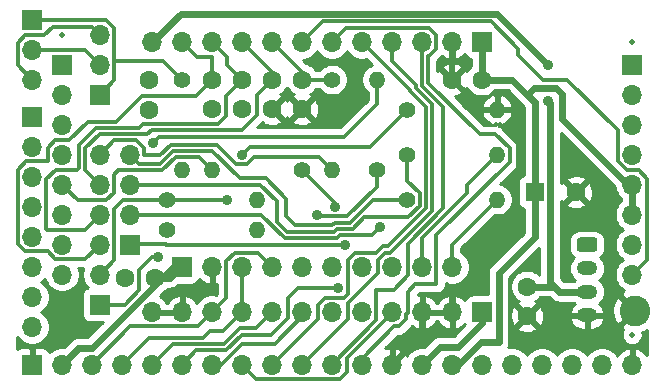
<source format=gtl>
G04 #@! TF.GenerationSoftware,KiCad,Pcbnew,(5.1.10)-1*
G04 #@! TF.CreationDate,2021-08-27T23:45:12+02:00*
G04 #@! TF.ProjectId,JuntekOnSteroidsTTGO,4a756e74-656b-44f6-9e53-7465726f6964,2.5*
G04 #@! TF.SameCoordinates,PX5b716c8PY5b716c8*
G04 #@! TF.FileFunction,Copper,L1,Top*
G04 #@! TF.FilePolarity,Positive*
%FSLAX46Y46*%
G04 Gerber Fmt 4.6, Leading zero omitted, Abs format (unit mm)*
G04 Created by KiCad (PCBNEW (5.1.10)-1) date 2021-08-27 23:45:12*
%MOMM*%
%LPD*%
G01*
G04 APERTURE LIST*
G04 #@! TA.AperFunction,ComponentPad*
%ADD10C,1.600000*%
G04 #@! TD*
G04 #@! TA.AperFunction,ComponentPad*
%ADD11R,1.600000X1.600000*%
G04 #@! TD*
G04 #@! TA.AperFunction,ComponentPad*
%ADD12O,1.700000X1.700000*%
G04 #@! TD*
G04 #@! TA.AperFunction,ComponentPad*
%ADD13R,1.700000X1.700000*%
G04 #@! TD*
G04 #@! TA.AperFunction,ComponentPad*
%ADD14C,2.600000*%
G04 #@! TD*
G04 #@! TA.AperFunction,ComponentPad*
%ADD15O,1.400000X1.400000*%
G04 #@! TD*
G04 #@! TA.AperFunction,ComponentPad*
%ADD16C,1.400000*%
G04 #@! TD*
G04 #@! TA.AperFunction,SMDPad,CuDef*
%ADD17C,0.500000*%
G04 #@! TD*
G04 #@! TA.AperFunction,ComponentPad*
%ADD18O,1.750000X1.200000*%
G04 #@! TD*
G04 #@! TA.AperFunction,ViaPad*
%ADD19C,0.900000*%
G04 #@! TD*
G04 #@! TA.AperFunction,Conductor*
%ADD20C,0.570000*%
G04 #@! TD*
G04 #@! TA.AperFunction,Conductor*
%ADD21C,0.300000*%
G04 #@! TD*
G04 #@! TA.AperFunction,Conductor*
%ADD22C,0.600000*%
G04 #@! TD*
G04 #@! TA.AperFunction,Conductor*
%ADD23C,0.550000*%
G04 #@! TD*
G04 #@! TA.AperFunction,Conductor*
%ADD24C,0.254000*%
G04 #@! TD*
G04 #@! TA.AperFunction,Conductor*
%ADD25C,0.100000*%
G04 #@! TD*
G04 APERTURE END LIST*
D10*
G04 #@! TO.P,C7,2*
G04 #@! TO.N,GND*
X51125000Y19685000D03*
D11*
G04 #@! TO.P,C7,1*
G04 #@! TO.N,VCC*
X47625000Y19685000D03*
G04 #@! TD*
D12*
G04 #@! TO.P,J3,8*
G04 #@! TO.N,/J1.8*
X5080000Y8255000D03*
G04 #@! TO.P,J3,7*
G04 #@! TO.N,/J1.7*
X5080000Y10795000D03*
G04 #@! TO.P,J3,6*
G04 #@! TO.N,/J1.6*
X5080000Y13335000D03*
G04 #@! TO.P,J3,5*
G04 #@! TO.N,/J1.5*
X5080000Y15875000D03*
G04 #@! TO.P,J3,4*
G04 #@! TO.N,/J1.4*
X5080000Y18415000D03*
G04 #@! TO.P,J3,3*
G04 #@! TO.N,/J1.3*
X5080000Y20955000D03*
G04 #@! TO.P,J3,2*
G04 #@! TO.N,/J1.2*
X5080000Y23495000D03*
D13*
G04 #@! TO.P,J3,1*
G04 #@! TO.N,/J1.1*
X5080000Y26035000D03*
G04 #@! TD*
D14*
G04 #@! TO.P,TP1,1*
G04 #@! TO.N,GND*
X56134000Y9652000D03*
G04 #@! TD*
D10*
G04 #@! TO.P,C9,2*
G04 #@! TO.N,/+3V3*
X15454000Y12446000D03*
G04 #@! TO.P,C9,1*
G04 #@! TO.N,GND*
X12954000Y12446000D03*
G04 #@! TD*
D15*
G04 #@! TO.P,R16,2*
G04 #@! TO.N,/GPIO12*
X24130000Y19050000D03*
D16*
G04 #@! TO.P,R16,1*
G04 #@! TO.N,Net-(J22-Pad2)*
X16510000Y19050000D03*
G04 #@! TD*
D17*
G04 #@! TO.P,FID2,*
G04 #@! TO.N,*
X55880000Y32385000D03*
G04 #@! TD*
D12*
G04 #@! TO.P,J61,3*
G04 #@! TO.N,/J6.3*
X10795000Y33020000D03*
G04 #@! TO.P,J61,2*
G04 #@! TO.N,/J6.2*
X10795000Y30480000D03*
D13*
G04 #@! TO.P,J61,1*
G04 #@! TO.N,/J6.1*
X10795000Y27940000D03*
G04 #@! TD*
D12*
G04 #@! TO.P,J22,2*
G04 #@! TO.N,Net-(J22-Pad2)*
X10795000Y12700000D03*
D13*
G04 #@! TO.P,J22,1*
G04 #@! TO.N,Net-(J22-Pad1)*
X10795000Y10160000D03*
G04 #@! TD*
D12*
G04 #@! TO.P,J21,8*
G04 #@! TO.N,Net-(J21-Pad8)*
X10795000Y22860000D03*
G04 #@! TO.P,J21,7*
G04 #@! TO.N,Net-(J21-Pad7)*
X13335000Y22860000D03*
G04 #@! TO.P,J21,6*
G04 #@! TO.N,/ADC2*
X10795000Y20320000D03*
G04 #@! TO.P,J21,5*
G04 #@! TO.N,Net-(J21-Pad5)*
X13335000Y20320000D03*
G04 #@! TO.P,J21,4*
G04 #@! TO.N,/ADC1*
X10795000Y17780000D03*
G04 #@! TO.P,J21,3*
G04 #@! TO.N,/A1*
X13335000Y17780000D03*
G04 #@! TO.P,J21,2*
G04 #@! TO.N,/ADC0*
X10795000Y15240000D03*
D13*
G04 #@! TO.P,J21,1*
G04 #@! TO.N,/A0*
X13335000Y15240000D03*
G04 #@! TD*
D18*
G04 #@! TO.P,J7,4*
G04 #@! TO.N,GND*
X52070000Y9240000D03*
G04 #@! TO.P,J7,3*
G04 #@! TO.N,/+3V3*
X52070000Y11240000D03*
G04 #@! TO.P,J7,2*
G04 #@! TO.N,/SDA*
X52070000Y13240000D03*
G04 #@! TO.P,J7,1*
G04 #@! TO.N,/SCL*
G04 #@! TA.AperFunction,ComponentPad*
G36*
G01*
X51444999Y15840000D02*
X52695001Y15840000D01*
G75*
G02*
X52945000Y15590001I0J-249999D01*
G01*
X52945000Y14889999D01*
G75*
G02*
X52695001Y14640000I-249999J0D01*
G01*
X51444999Y14640000D01*
G75*
G02*
X51195000Y14889999I0J249999D01*
G01*
X51195000Y15590001D01*
G75*
G02*
X51444999Y15840000I249999J0D01*
G01*
G37*
G04 #@! TD.AperFunction*
G04 #@! TD*
D12*
G04 #@! TO.P,J10,10*
G04 #@! TO.N,/A3*
X40640000Y13335000D03*
G04 #@! TO.P,J10,9*
G04 #@! TO.N,/A2*
X38100000Y13335000D03*
G04 #@! TO.P,J10,8*
G04 #@! TO.N,/A1*
X35560000Y13335000D03*
G04 #@! TO.P,J10,7*
G04 #@! TO.N,/A0*
X33020000Y13335000D03*
G04 #@! TO.P,J10,6*
G04 #@! TO.N,N/C*
X30480000Y13335000D03*
G04 #@! TO.P,J10,5*
X27940000Y13335000D03*
G04 #@! TO.P,J10,4*
G04 #@! TO.N,/SDA*
X25400000Y13335000D03*
G04 #@! TO.P,J10,3*
G04 #@! TO.N,/SCL*
X22860000Y13335000D03*
G04 #@! TO.P,J10,2*
G04 #@! TO.N,GND*
X20320000Y13335000D03*
D13*
G04 #@! TO.P,J10,1*
G04 #@! TO.N,/+3V3*
X17780000Y13335000D03*
G04 #@! TD*
D15*
G04 #@! TO.P,R13,2*
G04 #@! TO.N,/A2*
X44450000Y22860000D03*
D16*
G04 #@! TO.P,R13,1*
G04 #@! TO.N,Net-(J21-Pad5)*
X36830000Y22860000D03*
G04 #@! TD*
D10*
G04 #@! TO.P,C6,2*
G04 #@! TO.N,/+3V3*
X46990000Y11684000D03*
G04 #@! TO.P,C6,1*
G04 #@! TO.N,GND*
X46990000Y9184000D03*
G04 #@! TD*
G04 #@! TO.P,C5,2*
G04 #@! TO.N,/+3V3*
X14986000Y29170000D03*
G04 #@! TO.P,C5,1*
G04 #@! TO.N,GND*
X14986000Y26670000D03*
G04 #@! TD*
D12*
G04 #@! TO.P,J30,21*
G04 #@! TO.N,GND*
X55880000Y5080000D03*
G04 #@! TO.P,J30,20*
G04 #@! TO.N,N/C*
X53340000Y5080000D03*
G04 #@! TO.P,J30,19*
X50800000Y5080000D03*
G04 #@! TO.P,J30,18*
X48260000Y5080000D03*
G04 #@! TO.P,J30,17*
X45720000Y5080000D03*
G04 #@! TO.P,J30,16*
X43180000Y5080000D03*
G04 #@! TO.P,J30,15*
G04 #@! TO.N,VCC*
X40640000Y5080000D03*
G04 #@! TO.P,J30,14*
G04 #@! TO.N,/+3V3*
X38100000Y5080000D03*
G04 #@! TO.P,J30,13*
G04 #@! TO.N,GND*
X35560000Y5080000D03*
G04 #@! TO.P,J30,12*
G04 #@! TO.N,/GPIO33*
X33020000Y5080000D03*
G04 #@! TO.P,J30,11*
G04 #@! TO.N,/GPIO27*
X30480000Y5080000D03*
G04 #@! TO.P,J30,10*
G04 #@! TO.N,/GPIO26*
X27940000Y5080000D03*
G04 #@! TO.P,J30,9*
G04 #@! TO.N,/GPIO25*
X25400000Y5080000D03*
G04 #@! TO.P,J30,8*
G04 #@! TO.N,/GPIO12*
X22860000Y5080000D03*
G04 #@! TO.P,J30,7*
G04 #@! TO.N,/FanPWM*
X20320000Y5080000D03*
G04 #@! TO.P,J30,6*
G04 #@! TO.N,/GPIO13*
X17780000Y5080000D03*
G04 #@! TO.P,J30,5*
G04 #@! TO.N,/GPIO17*
X15240000Y5080000D03*
G04 #@! TO.P,J30,4*
G04 #@! TO.N,/SCL*
X12700000Y5080000D03*
G04 #@! TO.P,J30,3*
G04 #@! TO.N,/SDA*
X10160000Y5080000D03*
G04 #@! TO.P,J30,2*
G04 #@! TO.N,/+3V3*
X7620000Y5080000D03*
D13*
G04 #@! TO.P,J30,1*
G04 #@! TO.N,GND*
X5080000Y5080000D03*
G04 #@! TD*
D15*
G04 #@! TO.P,R20,2*
G04 #@! TO.N,GND*
X17780000Y21590000D03*
D16*
G04 #@! TO.P,R20,1*
G04 #@! TO.N,/J6.1*
X17780000Y29210000D03*
G04 #@! TD*
D15*
G04 #@! TO.P,R18,2*
G04 #@! TO.N,/FanPWM*
X24130000Y16510000D03*
D16*
G04 #@! TO.P,R18,1*
G04 #@! TO.N,Net-(J22-Pad1)*
X16510000Y16510000D03*
G04 #@! TD*
D15*
G04 #@! TO.P,R17,2*
G04 #@! TO.N,/A3*
X44450000Y19050000D03*
D16*
G04 #@! TO.P,R17,1*
G04 #@! TO.N,Net-(J21-Pad7)*
X36830000Y19050000D03*
G04 #@! TD*
D15*
G04 #@! TO.P,R15,2*
G04 #@! TO.N,GND*
X44450000Y26670000D03*
D16*
G04 #@! TO.P,R15,1*
G04 #@! TO.N,Net-(J22-Pad2)*
X36830000Y26670000D03*
G04 #@! TD*
D15*
G04 #@! TO.P,R12,2*
G04 #@! TO.N,/J1.4*
X34290000Y29210000D03*
D16*
G04 #@! TO.P,R12,1*
G04 #@! TO.N,/GPIO15*
X34290000Y21590000D03*
G04 #@! TD*
D15*
G04 #@! TO.P,R11,2*
G04 #@! TO.N,/J1.5*
X20320000Y21590000D03*
D16*
G04 #@! TO.P,R11,1*
G04 #@! TO.N,/GPIO13*
X27940000Y21590000D03*
G04 #@! TD*
D10*
G04 #@! TO.P,C3,2*
G04 #@! TO.N,GND*
X25400000Y26710000D03*
G04 #@! TO.P,C3,1*
G04 #@! TO.N,/ADC2*
X25400000Y29210000D03*
G04 #@! TD*
G04 #@! TO.P,C2,2*
G04 #@! TO.N,GND*
X22860000Y26710000D03*
G04 #@! TO.P,C2,1*
G04 #@! TO.N,/ADC1*
X22860000Y29210000D03*
G04 #@! TD*
G04 #@! TO.P,C1,2*
G04 #@! TO.N,GND*
X20320000Y26710000D03*
G04 #@! TO.P,C1,1*
G04 #@! TO.N,/ADC0*
X20320000Y29210000D03*
G04 #@! TD*
D15*
G04 #@! TO.P,R14,2*
G04 #@! TO.N,Net-(J21-Pad8)*
X30480000Y21590000D03*
D16*
G04 #@! TO.P,R14,1*
G04 #@! TO.N,/ADC3*
X30480000Y29210000D03*
G04 #@! TD*
D12*
G04 #@! TO.P,J6,3*
G04 #@! TO.N,/J6.3*
X5080000Y29210000D03*
G04 #@! TO.P,J6,2*
G04 #@! TO.N,/J6.2*
X5080000Y31750000D03*
D13*
G04 #@! TO.P,J6,1*
G04 #@! TO.N,/J6.1*
X5080000Y34290000D03*
G04 #@! TD*
D10*
G04 #@! TO.P,C8,2*
G04 #@! TO.N,GND*
X40640000Y29210000D03*
G04 #@! TO.P,C8,1*
G04 #@! TO.N,VCC*
X43140000Y29210000D03*
G04 #@! TD*
G04 #@! TO.P,C4,2*
G04 #@! TO.N,GND*
X27940000Y26710000D03*
G04 #@! TO.P,C4,1*
G04 #@! TO.N,/ADC3*
X27940000Y29210000D03*
G04 #@! TD*
D17*
G04 #@! TO.P,FID3,*
G04 #@! TO.N,*
X55880000Y7620000D03*
G04 #@! TD*
G04 #@! TO.P,FID1,*
G04 #@! TO.N,*
X7620000Y33020000D03*
G04 #@! TD*
D12*
G04 #@! TO.P,J5,12*
G04 #@! TO.N,GND*
X15240000Y9525000D03*
G04 #@! TO.P,J5,11*
X17780000Y9525000D03*
G04 #@! TO.P,J5,10*
G04 #@! TO.N,/SDA*
X20320000Y9525000D03*
G04 #@! TO.P,J5,9*
G04 #@! TO.N,/SCL*
X22860000Y9525000D03*
G04 #@! TO.P,J5,8*
G04 #@! TO.N,/GPIO17*
X25400000Y9525000D03*
G04 #@! TO.P,J5,7*
G04 #@! TO.N,/FanPWM*
X27940000Y9525000D03*
G04 #@! TO.P,J5,6*
G04 #@! TO.N,/GPIO15*
X30480000Y9525000D03*
G04 #@! TO.P,J5,5*
G04 #@! TO.N,/GPIO13*
X33020000Y9525000D03*
G04 #@! TO.P,J5,4*
G04 #@! TO.N,/GPIO12*
X35560000Y9525000D03*
G04 #@! TO.P,J5,3*
G04 #@! TO.N,GND*
X38100000Y9525000D03*
G04 #@! TO.P,J5,2*
X40640000Y9525000D03*
D13*
G04 #@! TO.P,J5,1*
G04 #@! TO.N,/+3V3*
X43180000Y9525000D03*
G04 #@! TD*
D12*
G04 #@! TO.P,J4,12*
G04 #@! TO.N,/+3V3*
X15240000Y32385000D03*
G04 #@! TO.P,J4,11*
G04 #@! TO.N,/ADC0*
X17780000Y32385000D03*
G04 #@! TO.P,J4,10*
G04 #@! TO.N,/ADC1*
X20320000Y32385000D03*
G04 #@! TO.P,J4,9*
G04 #@! TO.N,/ADC2*
X22860000Y32385000D03*
G04 #@! TO.P,J4,8*
G04 #@! TO.N,/ADC3*
X25400000Y32385000D03*
G04 #@! TO.P,J4,7*
G04 #@! TO.N,/GPIO32*
X27940000Y32385000D03*
G04 #@! TO.P,J4,6*
G04 #@! TO.N,/GPIO33*
X30480000Y32385000D03*
G04 #@! TO.P,J4,5*
G04 #@! TO.N,/GPIO25*
X33020000Y32385000D03*
G04 #@! TO.P,J4,4*
G04 #@! TO.N,/GPIO26*
X35560000Y32385000D03*
G04 #@! TO.P,J4,3*
G04 #@! TO.N,/GPIO27*
X38100000Y32385000D03*
G04 #@! TO.P,J4,2*
G04 #@! TO.N,GND*
X40640000Y32385000D03*
D13*
G04 #@! TO.P,J4,1*
G04 #@! TO.N,VCC*
X43180000Y32385000D03*
G04 #@! TD*
D12*
G04 #@! TO.P,J2,8*
G04 #@! TO.N,/GPIO32*
X55880000Y12700000D03*
G04 #@! TO.P,J2,7*
G04 #@! TO.N,/GPIO17*
X55880000Y15240000D03*
G04 #@! TO.P,J2,6*
G04 #@! TO.N,VCC*
X55880000Y17780000D03*
G04 #@! TO.P,J2,5*
X55880000Y20320000D03*
G04 #@! TO.P,J2,4*
G04 #@! TO.N,/GNDD*
X55880000Y22860000D03*
G04 #@! TO.P,J2,3*
X55880000Y25400000D03*
G04 #@! TO.P,J2,2*
G04 #@! TO.N,/GNDA*
X55880000Y27940000D03*
D13*
G04 #@! TO.P,J2,1*
X55880000Y30480000D03*
G04 #@! TD*
D12*
G04 #@! TO.P,J1,8*
G04 #@! TO.N,/J1.8*
X7620000Y12700000D03*
G04 #@! TO.P,J1,7*
G04 #@! TO.N,/J1.7*
X7620000Y15240000D03*
G04 #@! TO.P,J1,6*
G04 #@! TO.N,/J1.6*
X7620000Y17780000D03*
G04 #@! TO.P,J1,5*
G04 #@! TO.N,/J1.5*
X7620000Y20320000D03*
G04 #@! TO.P,J1,4*
G04 #@! TO.N,/J1.4*
X7620000Y22860000D03*
G04 #@! TO.P,J1,3*
G04 #@! TO.N,/J1.3*
X7620000Y25400000D03*
G04 #@! TO.P,J1,2*
G04 #@! TO.N,/J1.2*
X7620000Y27940000D03*
D13*
G04 #@! TO.P,J1,1*
G04 #@! TO.N,/J1.1*
X7620000Y30480000D03*
G04 #@! TD*
D19*
G04 #@! TO.N,/GPIO13*
X30966481Y11565021D03*
X30734000Y18440045D03*
G04 #@! TO.N,/A1*
X34544000Y16764000D03*
G04 #@! TO.N,/A0*
X31540284Y15240003D03*
G04 #@! TO.N,/+3V3*
X48768000Y27432000D03*
X48768000Y30479986D03*
G04 #@! TO.N,/J1.4*
X15280403Y23827975D03*
G04 #@! TO.N,Net-(J22-Pad2)*
X21590000Y19050000D03*
X22860000Y22860000D03*
G04 #@! TO.N,Net-(J22-Pad1)*
X15747990Y14224000D03*
G04 #@! TO.N,/GPIO15*
X29210000Y17780002D03*
G04 #@! TD*
D20*
G04 #@! TO.N,VCC*
X55880000Y20320000D02*
X55880000Y17780000D01*
X43180000Y29250000D02*
X43140000Y29210000D01*
X43180000Y32385000D02*
X43180000Y29250000D01*
X43140000Y29210000D02*
X45720000Y29210000D01*
X45720000Y29210000D02*
X46990000Y27940000D01*
X55515402Y20320000D02*
X49977006Y25858396D01*
X49977006Y25858396D02*
X49977006Y27952897D01*
X55880000Y20320000D02*
X55515402Y20320000D01*
X49432915Y28496988D02*
X47546988Y28496988D01*
X47546988Y28496988D02*
X46990000Y27940000D01*
X49977006Y27952897D02*
X49432915Y28496988D01*
X47625000Y27305000D02*
X47625000Y19685000D01*
X46990000Y27940000D02*
X47625000Y27305000D01*
X44577000Y12827000D02*
X47625000Y15875000D01*
X44577000Y6985000D02*
X44577000Y12827000D01*
X43053000Y6985000D02*
X44577000Y6985000D01*
X47625000Y15875000D02*
X47625000Y19685000D01*
X41148000Y5080000D02*
X43053000Y6985000D01*
X40640000Y5080000D02*
X41148000Y5080000D01*
D21*
G04 #@! TO.N,/GPIO27*
X34240001Y8840001D02*
X34240001Y11430000D01*
X38100000Y28702000D02*
X38100000Y32385000D01*
X35687000Y11430000D02*
X36879999Y12622999D01*
X36879999Y15310179D02*
X39890010Y18320190D01*
X30480000Y5080000D02*
X34240001Y8840001D01*
X39890010Y18320190D02*
X39890010Y26911990D01*
X34240001Y11430000D02*
X35687000Y11430000D01*
X39890010Y26911990D02*
X38100000Y28702000D01*
X36879999Y12622999D02*
X36879999Y15310179D01*
G04 #@! TO.N,/SDA*
X19099999Y8304999D02*
X20320000Y9525000D01*
X13384999Y8304999D02*
X19099999Y8304999D01*
X10160000Y5080000D02*
X13384999Y8304999D01*
X24179999Y14555001D02*
X25400000Y13335000D01*
X22274399Y14555001D02*
X24179999Y14555001D01*
X21540001Y13820603D02*
X22274399Y14555001D01*
X21540001Y10745001D02*
X21540001Y13820603D01*
X20320000Y9525000D02*
X21540001Y10745001D01*
G04 #@! TO.N,/SCL*
X19585209Y7340021D02*
X20143209Y7898021D01*
X21233021Y7898021D02*
X22860000Y9525000D01*
X12700000Y5080000D02*
X14960021Y7340021D01*
X20143209Y7898021D02*
X21233021Y7898021D01*
X14960021Y7340021D02*
X19585209Y7340021D01*
X22860000Y9525000D02*
X22860000Y13335000D01*
G04 #@! TO.N,/GPIO13*
X33020000Y9525000D02*
X33020000Y9398000D01*
X26719999Y9039397D02*
X26719999Y10717999D01*
X22858992Y7620000D02*
X25300602Y7620000D01*
X27567021Y11565021D02*
X30966481Y11565021D01*
X19000001Y6300001D02*
X21538993Y6300001D01*
X21538993Y6300001D02*
X22858992Y7620000D01*
X17780000Y5080000D02*
X19000001Y6300001D01*
X25300602Y7620000D02*
X26719999Y9039397D01*
X26719999Y10717999D02*
X27567021Y11565021D01*
X27940000Y21590000D02*
X30734000Y18796000D01*
X30734000Y18796000D02*
X30734000Y18440045D01*
G04 #@! TO.N,/ADC0*
X20320000Y29210000D02*
X20320000Y31115000D01*
X19050000Y31115000D02*
X17780000Y32385000D01*
X19050000Y31115000D02*
X20320000Y31115000D01*
X20320000Y29210000D02*
X18950001Y27840001D01*
X18950001Y27840001D02*
X14378001Y27840001D01*
X14378001Y27840001D02*
X12192000Y25654000D01*
X9574999Y14019999D02*
X10795000Y15240000D01*
X4494999Y14654399D02*
X6399999Y14654399D01*
X7034399Y14019999D02*
X9574999Y14019999D01*
X3859999Y15289399D02*
X4494999Y14654399D01*
X3859999Y21540601D02*
X3859999Y15289399D01*
X4593797Y22274399D02*
X3859999Y21540601D01*
X6399999Y23445601D02*
X6399999Y22274399D01*
X7034399Y24080001D02*
X6399999Y23445601D01*
X6399999Y14654399D02*
X7034399Y14019999D01*
X6399999Y22274399D02*
X4593797Y22274399D01*
X8205601Y24080001D02*
X7034399Y24080001D01*
X9779600Y25654000D02*
X8205601Y24080001D01*
X12192000Y25654000D02*
X9779600Y25654000D01*
G04 #@! TO.N,/ADC1*
X21590000Y31115000D02*
X20320000Y32385000D01*
X21590000Y30480000D02*
X22860000Y29210000D01*
X21590000Y31115000D02*
X21590000Y30480000D01*
X7084398Y21590000D02*
X6300001Y20805603D01*
X6300001Y20805603D02*
X6300001Y16559999D01*
X6350000Y16510000D02*
X9525000Y16510000D01*
X9525000Y16510000D02*
X10795000Y17780000D01*
X22860000Y29210000D02*
X21490001Y27840001D01*
X9054988Y21754988D02*
X8890000Y21590000D01*
X10514015Y25120023D02*
X9054989Y23660997D01*
X21490001Y27840001D02*
X21490001Y26148399D01*
X8890000Y21590000D02*
X7084398Y21590000D01*
X21490001Y26148399D02*
X20823511Y25481909D01*
X14513511Y25481909D02*
X14151625Y25120023D01*
X6300001Y16559999D02*
X6350000Y16510000D01*
X9054989Y23660997D02*
X9054988Y21754988D01*
X20823511Y25481909D02*
X14513511Y25481909D01*
X14151625Y25120023D02*
X10514015Y25120023D01*
G04 #@! TO.N,/ADC2*
X25400000Y29845000D02*
X25400000Y29210000D01*
X22860000Y32385000D02*
X25400000Y29845000D01*
X22843500Y24961898D02*
X24130000Y26248398D01*
X10795000Y20320000D02*
X9575000Y21540000D01*
X14838796Y24600012D02*
X15200682Y24961898D01*
X24130000Y27940000D02*
X25400000Y29210000D01*
X9575000Y21540000D02*
X9575000Y23380030D01*
X15200682Y24961898D02*
X22843500Y24961898D01*
X24130000Y26248398D02*
X24130000Y27940000D01*
X9575000Y23380030D02*
X10794982Y24600012D01*
X10794982Y24600012D02*
X14838796Y24600012D01*
G04 #@! TO.N,/ADC3*
X30480000Y29210000D02*
X27940000Y29210000D01*
X27940000Y29845000D02*
X27940000Y29210000D01*
X25400000Y32385000D02*
X27940000Y29845000D01*
G04 #@! TO.N,/GPIO32*
X57150000Y13970000D02*
X55880000Y12700000D01*
X56437999Y21540001D02*
X57150000Y20828000D01*
X54659999Y24898399D02*
X54659999Y22302001D01*
X57150000Y20828000D02*
X57150000Y13970000D01*
X46228000Y31298398D02*
X48374399Y29151999D01*
X46228000Y31806398D02*
X46228000Y31298398D01*
X54659999Y22302001D02*
X55421999Y21540001D01*
X27940000Y32385000D02*
X29682989Y34127989D01*
X48374399Y29151999D02*
X50406399Y29151999D01*
X43906409Y34127989D02*
X46228000Y31806398D01*
X50406399Y29151999D02*
X54659999Y24898399D01*
X55421999Y21540001D02*
X56437999Y21540001D01*
X29682989Y34127989D02*
X43906409Y34127989D01*
G04 #@! TO.N,/GPIO25*
X34759004Y15075012D02*
X35174020Y15075012D01*
X34238993Y14555001D02*
X34759004Y15075012D01*
X25400000Y5080000D02*
X29259999Y8939999D01*
X38420012Y26911176D02*
X37059978Y28271210D01*
X31799999Y13920601D02*
X32434399Y14555001D01*
X37059978Y28271210D02*
X37059978Y28345022D01*
X37059978Y28345022D02*
X33020000Y32385000D01*
X29259999Y10110601D02*
X29894399Y10745001D01*
X32434399Y14555001D02*
X34238993Y14555001D01*
X29894399Y10745001D02*
X31516606Y10745001D01*
X38420012Y18321004D02*
X38420012Y26911176D01*
X31799999Y11028394D02*
X31799999Y13920601D01*
X31516606Y10745001D02*
X31799999Y11028394D01*
X35174020Y15075012D02*
X38420012Y18321004D01*
X29259999Y8939999D02*
X29259999Y10110601D01*
G04 #@! TO.N,/GPIO26*
X31799999Y10263189D02*
X34339999Y12803189D01*
X37579989Y28486605D02*
X37579989Y28740605D01*
X37579989Y28740605D02*
X35560000Y30760594D01*
X38940023Y18105609D02*
X38940022Y27126572D01*
X31799999Y8939399D02*
X31799999Y10263189D01*
X35560000Y30760594D02*
X35560000Y32385000D01*
X34974399Y14555001D02*
X35389415Y14555001D01*
X34339999Y12803189D02*
X34339999Y13920601D01*
X34339999Y13920601D02*
X34974399Y14555001D01*
X35389415Y14555001D02*
X38940023Y18105609D01*
X27940000Y5080000D02*
X27940600Y5080000D01*
X38940022Y27126572D02*
X37579989Y28486605D01*
X27940600Y5080000D02*
X31799999Y8939399D01*
G04 #@! TO.N,/GPIO17*
X21323598Y6820012D02*
X22643597Y8140011D01*
X16980011Y6820011D02*
X21323598Y6820012D01*
X15240000Y5080000D02*
X16980011Y6820011D01*
X24015011Y8140011D02*
X25400000Y9525000D01*
X22643597Y8140011D02*
X24015011Y8140011D01*
G04 #@! TO.N,/A3*
X40640000Y15240000D02*
X44450000Y19050000D01*
X40640000Y13335000D02*
X40640000Y15240000D01*
G04 #@! TO.N,/A2*
X41910000Y19604774D02*
X41910000Y20320000D01*
X38100000Y15794774D02*
X41910000Y19604774D01*
X38100000Y13335000D02*
X38100000Y15794774D01*
X41910000Y20320000D02*
X44450000Y22860000D01*
G04 #@! TO.N,/A1*
X33840013Y16060013D02*
X34544000Y16764000D01*
X13335000Y17780000D02*
X24493572Y17780000D01*
X30879659Y15792980D02*
X31146692Y16060013D01*
X31146692Y16060013D02*
X33840013Y16060013D01*
X24493572Y17780000D02*
X26480592Y15792980D01*
X26480592Y15792980D02*
X30879659Y15792980D01*
G04 #@! TO.N,/A0*
X13393001Y15298001D02*
X16395601Y15298001D01*
X16395601Y15298001D02*
X16453602Y15240000D01*
X31540281Y15240000D02*
X31540284Y15240003D01*
X16453602Y15240000D02*
X31540281Y15240000D01*
X13335000Y15240000D02*
X13393001Y15298001D01*
D20*
G04 #@! TO.N,/+3V3*
X43180000Y8636000D02*
X43180000Y9525000D01*
X41148000Y6604000D02*
X43180000Y8636000D01*
X39624000Y6604000D02*
X41148000Y6604000D01*
X38100000Y5080000D02*
X39624000Y6604000D01*
X49720000Y11240000D02*
X52070000Y11240000D01*
X46990000Y11684000D02*
X49276000Y11684000D01*
D22*
X48945001Y12014999D02*
X49403000Y11557000D01*
X48945001Y27254999D02*
X48945001Y12014999D01*
X48768000Y27432000D02*
X48945001Y27254999D01*
D20*
X49403000Y11557000D02*
X49720000Y11240000D01*
X49276000Y11684000D02*
X49403000Y11557000D01*
D22*
X15240000Y32385000D02*
X17653000Y34798000D01*
X17653000Y34798000D02*
X44449986Y34798000D01*
X44449986Y34798000D02*
X48768000Y30479986D01*
X8990001Y6450001D02*
X7620000Y5080000D01*
X10145141Y6450001D02*
X8990001Y6450001D01*
X17780000Y13335000D02*
X17030140Y13335000D01*
X17030140Y13335000D02*
X10145141Y6450001D01*
X17780000Y13335000D02*
X17653000Y13335000D01*
X16764000Y12446000D02*
X15454000Y12446000D01*
X17653000Y13335000D02*
X16764000Y12446000D01*
D21*
G04 #@! TO.N,/GPIO12*
X35560000Y9424596D02*
X35560000Y9525000D01*
X31750000Y5614596D02*
X35560000Y9424596D01*
X31750000Y4444400D02*
X31750000Y5614596D01*
X31165599Y3859999D02*
X31750000Y4444400D01*
X24080001Y3859999D02*
X31165599Y3859999D01*
X22860000Y5080000D02*
X24080001Y3859999D01*
G04 #@! TO.N,/J1.1*
X7620000Y30480000D02*
X7620000Y29745602D01*
G04 #@! TO.N,/J1.5*
X8939999Y19000001D02*
X7620000Y20320000D01*
X12015001Y19635001D02*
X11380001Y19000001D01*
X17266399Y22660001D02*
X16114370Y21507972D01*
X12396001Y21540001D02*
X12015001Y21159001D01*
X14669608Y21507972D02*
X14637579Y21540001D01*
X12015001Y21159001D02*
X12015001Y19635001D01*
X14637579Y21540001D02*
X12396001Y21540001D01*
X16114370Y21507972D02*
X14669608Y21507972D01*
X20320000Y21590000D02*
X19249999Y22660001D01*
X11380001Y19000001D02*
X8939999Y19000001D01*
X19249999Y22660001D02*
X17266399Y22660001D01*
G04 #@! TO.N,/J1.4*
X15836428Y24384000D02*
X15280403Y23827975D01*
X31496000Y24384000D02*
X15836428Y24384000D01*
X34290000Y27178000D02*
X31496000Y24384000D01*
X34290000Y29210000D02*
X34290000Y27178000D01*
G04 #@! TO.N,/J6.2*
X9525000Y31750000D02*
X10795000Y30480000D01*
X5080000Y31750000D02*
X9525000Y31750000D01*
G04 #@! TO.N,/J6.3*
X3859999Y30430001D02*
X5080000Y29210000D01*
X3859999Y32335601D02*
X3859999Y30430001D01*
X4494399Y32970001D02*
X3859999Y32335601D01*
X6126003Y32970001D02*
X4494399Y32970001D01*
X6826003Y33670001D02*
X6126003Y32970001D01*
X10144999Y33670001D02*
X6826003Y33670001D01*
X10795000Y33020000D02*
X10144999Y33670001D01*
G04 #@! TO.N,/FanPWM*
X21055406Y5080000D02*
X22821395Y6845989D01*
X27940000Y9170594D02*
X27940000Y9525000D01*
X25615395Y6845989D02*
X27940000Y9170594D01*
X22821395Y6845989D02*
X25615395Y6845989D01*
X20320000Y5080000D02*
X21055406Y5080000D01*
G04 #@! TO.N,Net-(J21-Pad7)*
X27362100Y16890304D02*
X30506175Y16890304D01*
X30506175Y16890304D02*
X30715895Y17100024D01*
X30715895Y17100024D02*
X32003035Y17100024D01*
X26611999Y17640405D02*
X27362100Y16890304D01*
X32003035Y17100024D02*
X33953011Y19050000D01*
X14121064Y22073936D02*
X15944928Y22073936D01*
X13335000Y22860000D02*
X14121064Y22073936D01*
X33953011Y19050000D02*
X36830000Y19050000D01*
X20313590Y23180012D02*
X22653591Y20840011D01*
X26611999Y19095989D02*
X26611999Y17640405D01*
X24867977Y20840011D02*
X26611999Y19095989D01*
X15944928Y22073936D02*
X17051004Y23180012D01*
X17051004Y23180012D02*
X20313590Y23180012D01*
X22653591Y20840011D02*
X24867977Y20840011D01*
G04 #@! TO.N,/J6.1*
X12015001Y29160001D02*
X10795000Y27940000D01*
X11330602Y34290000D02*
X12015001Y33605601D01*
X5080000Y34290000D02*
X11330602Y34290000D01*
X16178999Y30811001D02*
X12015001Y30811001D01*
X17780000Y29210000D02*
X16178999Y30811001D01*
X12015001Y30811001D02*
X12015001Y29160001D01*
X12015001Y33605601D02*
X12015001Y30811001D01*
G04 #@! TO.N,Net-(J21-Pad5)*
X16823602Y20320000D02*
X13335000Y20320000D01*
X21590000Y20320000D02*
X13335000Y20320000D01*
X25837974Y18897010D02*
X24414984Y20320000D01*
X33222475Y17584001D02*
X32218487Y16580013D01*
X25837974Y17171006D02*
X25837974Y18897010D01*
X30931290Y16580013D02*
X30664268Y16312991D01*
X32218487Y16580013D02*
X30931290Y16580013D01*
X30664268Y16312991D02*
X26695989Y16312991D01*
X37900001Y18536399D02*
X36947603Y17584001D01*
X36830000Y20633602D02*
X37900001Y19563601D01*
X26695989Y16312991D02*
X25837974Y17171006D01*
X36947603Y17584001D02*
X33222475Y17584001D01*
X24414984Y20320000D02*
X20099008Y20320000D01*
X36830000Y22860000D02*
X36830000Y20633602D01*
X37900001Y19563601D02*
X37900001Y18536399D01*
G04 #@! TO.N,Net-(J21-Pad8)*
X14555001Y22809558D02*
X15945144Y22809558D01*
X13920601Y24080001D02*
X14555001Y23445601D01*
X20724222Y23700023D02*
X22384247Y22039998D01*
X10795000Y22860000D02*
X12015001Y24080001D01*
X16835609Y23700023D02*
X20724222Y23700023D01*
X15945144Y22809558D02*
X16835609Y23700023D01*
X14555001Y23445601D02*
X14555001Y22809558D01*
X23873605Y22660001D02*
X29409999Y22660001D01*
X12015001Y24080001D02*
X13920601Y24080001D01*
X22384247Y22039998D02*
X23253602Y22039998D01*
X23253602Y22039998D02*
X23873605Y22660001D01*
X29409999Y22660001D02*
X30480000Y21590000D01*
G04 #@! TO.N,Net-(J22-Pad2)*
X12799398Y19050000D02*
X16510000Y19050000D01*
X12015001Y18265603D02*
X12799398Y19050000D01*
X12015001Y13920001D02*
X12015001Y18265603D01*
X10795000Y12700000D02*
X12015001Y13920001D01*
X16510000Y19050000D02*
X21590000Y19050000D01*
X33655000Y23495000D02*
X23495000Y23495000D01*
X23495000Y23495000D02*
X22860000Y22860000D01*
X36830000Y26670000D02*
X33655000Y23495000D01*
G04 #@! TO.N,Net-(J22-Pad1)*
X15240000Y14224000D02*
X15747990Y14224000D01*
X14124001Y13108001D02*
X15240000Y14224000D01*
X14124001Y11376399D02*
X14124001Y13108001D01*
X12907602Y10160000D02*
X14124001Y11376399D01*
X10795000Y10160000D02*
X12907602Y10160000D01*
D23*
G04 #@! TO.N,GND*
X38100000Y7620000D02*
X35560000Y5080000D01*
X38100000Y9525000D02*
X38100000Y7620000D01*
X40640000Y32385000D02*
X40640000Y29210000D01*
X44450000Y26670000D02*
X45974000Y26670000D01*
X45974000Y26670000D02*
X46482000Y26162000D01*
X46329999Y26009999D02*
X46329999Y21183999D01*
X46482000Y26162000D02*
X46329999Y26009999D01*
X46329999Y21183999D02*
X45974000Y20828000D01*
X45974000Y20828000D02*
X45974000Y16002000D01*
X45974000Y16002000D02*
X41402000Y11430000D01*
X41402000Y11430000D02*
X40894000Y11430000D01*
X40640000Y11176000D02*
X40640000Y9525000D01*
X40894000Y11430000D02*
X40640000Y11176000D01*
D21*
G04 #@! TO.N,/GPIO15*
X34290000Y20143663D02*
X31766372Y17620035D01*
X29369967Y17620035D02*
X29210000Y17780002D01*
X31766372Y17620035D02*
X29369967Y17620035D01*
X34290000Y21590000D02*
X34290000Y20143663D01*
G04 #@! TO.N,/GPIO33*
X33020000Y5588000D02*
X33020000Y5080000D01*
X35736999Y8304999D02*
X33020000Y5588000D01*
X36145601Y8304999D02*
X35736999Y8304999D01*
X36780001Y8939399D02*
X36145601Y8304999D01*
X37542001Y11888001D02*
X36879999Y11225999D01*
X31700001Y33605001D02*
X38685601Y33605001D01*
X36780001Y9348001D02*
X36780001Y8939399D01*
X36879999Y9447999D02*
X36780001Y9348001D01*
X30480000Y32385000D02*
X31700001Y33605001D01*
X39320001Y16051999D02*
X39320001Y11888001D01*
X39320001Y11888001D02*
X37542001Y11888001D01*
X45520001Y22251999D02*
X39320001Y16051999D01*
X38685601Y33605001D02*
X39320001Y32970601D01*
X39320001Y32970601D02*
X39320001Y31799399D01*
X39320001Y31799399D02*
X38685601Y31164999D01*
X36879999Y11225999D02*
X36879999Y9447999D01*
X38620010Y31164999D02*
X38620010Y28943990D01*
X38620010Y28943990D02*
X42976801Y24587199D01*
X42976801Y24587199D02*
X44306403Y24587199D01*
X44306403Y24587199D02*
X45520001Y23373601D01*
X38685601Y31164999D02*
X38620010Y31164999D01*
X45520001Y23373601D02*
X45520001Y22251999D01*
G04 #@! TD*
D24*
G04 #@! TO.N,GND*
X9367068Y13133158D02*
X9310000Y12846260D01*
X9310000Y12553740D01*
X9367068Y12266842D01*
X9479010Y11996589D01*
X9641525Y11753368D01*
X9773380Y11621513D01*
X9700820Y11599502D01*
X9590506Y11540537D01*
X9493815Y11461185D01*
X9414463Y11364494D01*
X9355498Y11254180D01*
X9319188Y11134482D01*
X9306928Y11010000D01*
X9306928Y9310000D01*
X9319188Y9185518D01*
X9355498Y9065820D01*
X9414463Y8955506D01*
X9493815Y8858815D01*
X9590506Y8779463D01*
X9700820Y8720498D01*
X9820518Y8684188D01*
X9945000Y8671928D01*
X11044779Y8671928D01*
X9757852Y7385001D01*
X9035933Y7385001D01*
X8990001Y7389525D01*
X8870703Y7377775D01*
X8806709Y7371472D01*
X8630461Y7318008D01*
X8468029Y7231187D01*
X8325657Y7114345D01*
X8296377Y7078667D01*
X7779981Y6562271D01*
X7766260Y6565000D01*
X7473740Y6565000D01*
X7186842Y6507932D01*
X6916589Y6395990D01*
X6673368Y6233475D01*
X6541513Y6101620D01*
X6519502Y6174180D01*
X6460537Y6284494D01*
X6381185Y6381185D01*
X6284494Y6460537D01*
X6174180Y6519502D01*
X6054482Y6555812D01*
X5930000Y6568072D01*
X5365750Y6565000D01*
X5207000Y6406250D01*
X5207000Y5207000D01*
X5227000Y5207000D01*
X5227000Y4953000D01*
X5207000Y4953000D01*
X5207000Y4933000D01*
X4953000Y4933000D01*
X4953000Y4953000D01*
X4933000Y4953000D01*
X4933000Y5207000D01*
X4953000Y5207000D01*
X4953000Y6406250D01*
X4794250Y6565000D01*
X4230000Y6568072D01*
X4105518Y6555812D01*
X3985820Y6519502D01*
X3875506Y6460537D01*
X3835000Y6427295D01*
X3835000Y7445345D01*
X3926525Y7308368D01*
X4133368Y7101525D01*
X4376589Y6939010D01*
X4646842Y6827068D01*
X4933740Y6770000D01*
X5226260Y6770000D01*
X5513158Y6827068D01*
X5783411Y6939010D01*
X6026632Y7101525D01*
X6233475Y7308368D01*
X6395990Y7551589D01*
X6507932Y7821842D01*
X6565000Y8108740D01*
X6565000Y8401260D01*
X6507932Y8688158D01*
X6395990Y8958411D01*
X6233475Y9201632D01*
X6026632Y9408475D01*
X5852240Y9525000D01*
X6026632Y9641525D01*
X6233475Y9848368D01*
X6395990Y10091589D01*
X6507932Y10361842D01*
X6565000Y10648740D01*
X6565000Y10941260D01*
X6507932Y11228158D01*
X6395990Y11498411D01*
X6233475Y11741632D01*
X6026632Y11948475D01*
X5852240Y12065000D01*
X6026632Y12181525D01*
X6178775Y12333668D01*
X6192068Y12266842D01*
X6304010Y11996589D01*
X6466525Y11753368D01*
X6673368Y11546525D01*
X6916589Y11384010D01*
X7186842Y11272068D01*
X7473740Y11215000D01*
X7766260Y11215000D01*
X8053158Y11272068D01*
X8323411Y11384010D01*
X8566632Y11546525D01*
X8773475Y11753368D01*
X8935990Y11996589D01*
X9047932Y12266842D01*
X9105000Y12553740D01*
X9105000Y12846260D01*
X9047932Y13133158D01*
X9005748Y13234999D01*
X9409252Y13234999D01*
X9367068Y13133158D01*
G04 #@! TA.AperFunction,Conductor*
D25*
G36*
X9367068Y13133158D02*
G01*
X9310000Y12846260D01*
X9310000Y12553740D01*
X9367068Y12266842D01*
X9479010Y11996589D01*
X9641525Y11753368D01*
X9773380Y11621513D01*
X9700820Y11599502D01*
X9590506Y11540537D01*
X9493815Y11461185D01*
X9414463Y11364494D01*
X9355498Y11254180D01*
X9319188Y11134482D01*
X9306928Y11010000D01*
X9306928Y9310000D01*
X9319188Y9185518D01*
X9355498Y9065820D01*
X9414463Y8955506D01*
X9493815Y8858815D01*
X9590506Y8779463D01*
X9700820Y8720498D01*
X9820518Y8684188D01*
X9945000Y8671928D01*
X11044779Y8671928D01*
X9757852Y7385001D01*
X9035933Y7385001D01*
X8990001Y7389525D01*
X8870703Y7377775D01*
X8806709Y7371472D01*
X8630461Y7318008D01*
X8468029Y7231187D01*
X8325657Y7114345D01*
X8296377Y7078667D01*
X7779981Y6562271D01*
X7766260Y6565000D01*
X7473740Y6565000D01*
X7186842Y6507932D01*
X6916589Y6395990D01*
X6673368Y6233475D01*
X6541513Y6101620D01*
X6519502Y6174180D01*
X6460537Y6284494D01*
X6381185Y6381185D01*
X6284494Y6460537D01*
X6174180Y6519502D01*
X6054482Y6555812D01*
X5930000Y6568072D01*
X5365750Y6565000D01*
X5207000Y6406250D01*
X5207000Y5207000D01*
X5227000Y5207000D01*
X5227000Y4953000D01*
X5207000Y4953000D01*
X5207000Y4933000D01*
X4953000Y4933000D01*
X4953000Y4953000D01*
X4933000Y4953000D01*
X4933000Y5207000D01*
X4953000Y5207000D01*
X4953000Y6406250D01*
X4794250Y6565000D01*
X4230000Y6568072D01*
X4105518Y6555812D01*
X3985820Y6519502D01*
X3875506Y6460537D01*
X3835000Y6427295D01*
X3835000Y7445345D01*
X3926525Y7308368D01*
X4133368Y7101525D01*
X4376589Y6939010D01*
X4646842Y6827068D01*
X4933740Y6770000D01*
X5226260Y6770000D01*
X5513158Y6827068D01*
X5783411Y6939010D01*
X6026632Y7101525D01*
X6233475Y7308368D01*
X6395990Y7551589D01*
X6507932Y7821842D01*
X6565000Y8108740D01*
X6565000Y8401260D01*
X6507932Y8688158D01*
X6395990Y8958411D01*
X6233475Y9201632D01*
X6026632Y9408475D01*
X5852240Y9525000D01*
X6026632Y9641525D01*
X6233475Y9848368D01*
X6395990Y10091589D01*
X6507932Y10361842D01*
X6565000Y10648740D01*
X6565000Y10941260D01*
X6507932Y11228158D01*
X6395990Y11498411D01*
X6233475Y11741632D01*
X6026632Y11948475D01*
X5852240Y12065000D01*
X6026632Y12181525D01*
X6178775Y12333668D01*
X6192068Y12266842D01*
X6304010Y11996589D01*
X6466525Y11753368D01*
X6673368Y11546525D01*
X6916589Y11384010D01*
X7186842Y11272068D01*
X7473740Y11215000D01*
X7766260Y11215000D01*
X8053158Y11272068D01*
X8323411Y11384010D01*
X8566632Y11546525D01*
X8773475Y11753368D01*
X8935990Y11996589D01*
X9047932Y12266842D01*
X9105000Y12553740D01*
X9105000Y12846260D01*
X9047932Y13133158D01*
X9005748Y13234999D01*
X9409252Y13234999D01*
X9367068Y13133158D01*
G37*
G04 #@! TD.AperFunction*
D24*
X40767000Y32512000D02*
X40787000Y32512000D01*
X40787000Y32258000D01*
X40767000Y32258000D01*
X40767000Y31064845D01*
X40996890Y30943524D01*
X41144099Y30988175D01*
X41406920Y31113359D01*
X41640269Y31287412D01*
X41716034Y31371466D01*
X41740498Y31290820D01*
X41799463Y31180506D01*
X41878815Y31083815D01*
X41975506Y31004463D01*
X42085820Y30945498D01*
X42205518Y30909188D01*
X42260000Y30903822D01*
X42260001Y30347863D01*
X42225241Y30324637D01*
X42025363Y30124759D01*
X41891308Y29924131D01*
X41876671Y29951514D01*
X41632702Y30023097D01*
X40819605Y29210000D01*
X41632702Y28396903D01*
X41876671Y28468486D01*
X41890324Y28497341D01*
X42025363Y28295241D01*
X42225241Y28095363D01*
X42460273Y27938320D01*
X42721426Y27830147D01*
X42998665Y27775000D01*
X43281335Y27775000D01*
X43558574Y27830147D01*
X43819727Y27938320D01*
X44054759Y28095363D01*
X44249396Y28290000D01*
X45338925Y28290000D01*
X46307510Y27321414D01*
X46336315Y27286315D01*
X46371414Y27257510D01*
X46371417Y27257507D01*
X46371422Y27257503D01*
X46705000Y26923924D01*
X46705001Y21111254D01*
X46700518Y21110812D01*
X46580820Y21074502D01*
X46470506Y21015537D01*
X46373815Y20936185D01*
X46294463Y20839494D01*
X46235498Y20729180D01*
X46199188Y20609482D01*
X46186928Y20485000D01*
X46186928Y18885000D01*
X46199188Y18760518D01*
X46235498Y18640820D01*
X46294463Y18530506D01*
X46373815Y18433815D01*
X46470506Y18354463D01*
X46580820Y18295498D01*
X46700518Y18259188D01*
X46705001Y18258747D01*
X46705000Y16256076D01*
X43958424Y13509499D01*
X43923315Y13480686D01*
X43817503Y13351752D01*
X43808348Y13340597D01*
X43722919Y13180771D01*
X43670313Y13007351D01*
X43652549Y12827000D01*
X43657001Y12781801D01*
X43657001Y11013072D01*
X42330000Y11013072D01*
X42205518Y11000812D01*
X42085820Y10964502D01*
X41975506Y10905537D01*
X41878815Y10826185D01*
X41799463Y10729494D01*
X41740498Y10619180D01*
X41716034Y10538534D01*
X41640269Y10622588D01*
X41406920Y10796641D01*
X41144099Y10921825D01*
X40996890Y10966476D01*
X40767000Y10845155D01*
X40767000Y9652000D01*
X40787000Y9652000D01*
X40787000Y9398000D01*
X40767000Y9398000D01*
X40767000Y8204845D01*
X40996890Y8083524D01*
X41144099Y8128175D01*
X41406920Y8253359D01*
X41640269Y8427412D01*
X41716034Y8511466D01*
X41724961Y8482037D01*
X40766925Y7524000D01*
X39669189Y7524000D01*
X39623999Y7528451D01*
X39578809Y7524000D01*
X39578808Y7524000D01*
X39443649Y7510688D01*
X39270228Y7458081D01*
X39168587Y7403753D01*
X39110401Y7372652D01*
X39084279Y7351214D01*
X38970314Y7257686D01*
X38941506Y7222582D01*
X38277675Y6558751D01*
X38246260Y6565000D01*
X37953740Y6565000D01*
X37666842Y6507932D01*
X37396589Y6395990D01*
X37153368Y6233475D01*
X36946525Y6026632D01*
X36824805Y5844466D01*
X36755178Y5961355D01*
X36560269Y6177588D01*
X36326920Y6351641D01*
X36064099Y6476825D01*
X35916890Y6521476D01*
X35687000Y6400155D01*
X35687000Y5207000D01*
X35707000Y5207000D01*
X35707000Y4953000D01*
X35687000Y4953000D01*
X35687000Y4933000D01*
X35433000Y4933000D01*
X35433000Y4953000D01*
X35413000Y4953000D01*
X35413000Y5207000D01*
X35433000Y5207000D01*
X35433000Y6400155D01*
X35203110Y6521476D01*
X35055901Y6476825D01*
X34985403Y6443246D01*
X36062156Y7519999D01*
X36107048Y7519999D01*
X36145601Y7516202D01*
X36184154Y7519999D01*
X36184162Y7519999D01*
X36299488Y7531358D01*
X36447461Y7576245D01*
X36583834Y7649137D01*
X36703365Y7747235D01*
X36727947Y7777188D01*
X37259214Y8308455D01*
X37333080Y8253359D01*
X37595901Y8128175D01*
X37743110Y8083524D01*
X37973000Y8204845D01*
X37973000Y9398000D01*
X38227000Y9398000D01*
X38227000Y8204845D01*
X38456890Y8083524D01*
X38604099Y8128175D01*
X38866920Y8253359D01*
X39100269Y8427412D01*
X39295178Y8643645D01*
X39370000Y8769255D01*
X39444822Y8643645D01*
X39639731Y8427412D01*
X39873080Y8253359D01*
X40135901Y8128175D01*
X40283110Y8083524D01*
X40513000Y8204845D01*
X40513000Y9398000D01*
X38227000Y9398000D01*
X37973000Y9398000D01*
X37953000Y9398000D01*
X37953000Y9652000D01*
X37973000Y9652000D01*
X37973000Y10845155D01*
X38227000Y10845155D01*
X38227000Y9652000D01*
X40513000Y9652000D01*
X40513000Y10845155D01*
X40283110Y10966476D01*
X40135901Y10921825D01*
X39873080Y10796641D01*
X39639731Y10622588D01*
X39444822Y10406355D01*
X39370000Y10280745D01*
X39295178Y10406355D01*
X39100269Y10622588D01*
X38866920Y10796641D01*
X38604099Y10921825D01*
X38456890Y10966476D01*
X38227000Y10845155D01*
X37973000Y10845155D01*
X37743110Y10966476D01*
X37725201Y10961044D01*
X37867159Y11103001D01*
X39281441Y11103001D01*
X39320001Y11099203D01*
X39473888Y11114360D01*
X39621861Y11159247D01*
X39758234Y11232139D01*
X39877765Y11330237D01*
X39975863Y11449768D01*
X40048755Y11586141D01*
X40093642Y11734114D01*
X40105001Y11849440D01*
X40108799Y11888001D01*
X40105001Y11926562D01*
X40105001Y11949252D01*
X40206842Y11907068D01*
X40493740Y11850000D01*
X40786260Y11850000D01*
X41073158Y11907068D01*
X41343411Y12019010D01*
X41586632Y12181525D01*
X41793475Y12388368D01*
X41955990Y12631589D01*
X42067932Y12901842D01*
X42125000Y13188740D01*
X42125000Y13481260D01*
X42067932Y13768158D01*
X41955990Y14038411D01*
X41793475Y14281632D01*
X41586632Y14488475D01*
X41425000Y14596474D01*
X41425000Y14914843D01*
X44240646Y17730489D01*
X44318514Y17715000D01*
X44581486Y17715000D01*
X44839405Y17766304D01*
X45082359Y17866939D01*
X45301013Y18013038D01*
X45486962Y18198987D01*
X45633061Y18417641D01*
X45733696Y18660595D01*
X45785000Y18918514D01*
X45785000Y19181486D01*
X45733696Y19439405D01*
X45633061Y19682359D01*
X45486962Y19901013D01*
X45301013Y20086962D01*
X45082359Y20233061D01*
X44839405Y20333696D01*
X44733018Y20354858D01*
X46047817Y21669657D01*
X46077765Y21694235D01*
X46175863Y21813766D01*
X46248755Y21950139D01*
X46272444Y22028232D01*
X46293642Y22098111D01*
X46296029Y22122346D01*
X46305001Y22213438D01*
X46305001Y22213445D01*
X46308798Y22251998D01*
X46305001Y22290551D01*
X46305001Y23335045D01*
X46308798Y23373601D01*
X46305001Y23412161D01*
X46305001Y23412162D01*
X46301021Y23452575D01*
X46293643Y23527488D01*
X46248755Y23675461D01*
X46245319Y23681890D01*
X46175863Y23811834D01*
X46077765Y23931365D01*
X46047812Y23955947D01*
X44888750Y25115009D01*
X44864167Y25144963D01*
X44744636Y25243061D01*
X44608263Y25315953D01*
X44545473Y25335000D01*
X44577002Y25335000D01*
X44577002Y25499798D01*
X44783330Y25377278D01*
X45029123Y25467147D01*
X45252660Y25603241D01*
X45445351Y25780330D01*
X45599792Y25991608D01*
X45710047Y26228956D01*
X45742716Y26336671D01*
X45619374Y26543000D01*
X44577000Y26543000D01*
X44577000Y26523000D01*
X44323000Y26523000D01*
X44323000Y26543000D01*
X43280626Y26543000D01*
X43157284Y26336671D01*
X43189953Y26228956D01*
X43300208Y25991608D01*
X43454649Y25780330D01*
X43647340Y25603241D01*
X43870877Y25467147D01*
X44116670Y25377278D01*
X44322998Y25499798D01*
X44322998Y25374362D01*
X44306403Y25375996D01*
X44267850Y25372199D01*
X43301959Y25372199D01*
X41670829Y27003329D01*
X43157284Y27003329D01*
X43280626Y26797000D01*
X44323000Y26797000D01*
X44323000Y27840201D01*
X44577000Y27840201D01*
X44577000Y26797000D01*
X45619374Y26797000D01*
X45742716Y27003329D01*
X45710047Y27111044D01*
X45599792Y27348392D01*
X45445351Y27559670D01*
X45252660Y27736759D01*
X45029123Y27872853D01*
X44783330Y27962722D01*
X44577000Y27840201D01*
X44323000Y27840201D01*
X44116670Y27962722D01*
X43870877Y27872853D01*
X43647340Y27736759D01*
X43454649Y27559670D01*
X43300208Y27348392D01*
X43189953Y27111044D01*
X43157284Y27003329D01*
X41670829Y27003329D01*
X40879357Y27794800D01*
X40990130Y27811213D01*
X41256292Y27906397D01*
X41381514Y27973329D01*
X41453097Y28217298D01*
X40640000Y29030395D01*
X40625858Y29016252D01*
X40446253Y29195857D01*
X40460395Y29210000D01*
X39647298Y30023097D01*
X39405010Y29952007D01*
X39405010Y30202702D01*
X39826903Y30202702D01*
X40640000Y29389605D01*
X41453097Y30202702D01*
X41381514Y30446671D01*
X41126004Y30567571D01*
X40851816Y30636300D01*
X40569488Y30650217D01*
X40289870Y30608787D01*
X40023708Y30513603D01*
X39898486Y30446671D01*
X39826903Y30202702D01*
X39405010Y30202702D01*
X39405010Y30774251D01*
X39799214Y31168455D01*
X39873080Y31113359D01*
X40135901Y30988175D01*
X40283110Y30943524D01*
X40513000Y31064845D01*
X40513000Y32258000D01*
X40493000Y32258000D01*
X40493000Y32512000D01*
X40513000Y32512000D01*
X40513000Y32532000D01*
X40767000Y32532000D01*
X40767000Y32512000D01*
G04 #@! TA.AperFunction,Conductor*
D25*
G36*
X40767000Y32512000D02*
G01*
X40787000Y32512000D01*
X40787000Y32258000D01*
X40767000Y32258000D01*
X40767000Y31064845D01*
X40996890Y30943524D01*
X41144099Y30988175D01*
X41406920Y31113359D01*
X41640269Y31287412D01*
X41716034Y31371466D01*
X41740498Y31290820D01*
X41799463Y31180506D01*
X41878815Y31083815D01*
X41975506Y31004463D01*
X42085820Y30945498D01*
X42205518Y30909188D01*
X42260000Y30903822D01*
X42260001Y30347863D01*
X42225241Y30324637D01*
X42025363Y30124759D01*
X41891308Y29924131D01*
X41876671Y29951514D01*
X41632702Y30023097D01*
X40819605Y29210000D01*
X41632702Y28396903D01*
X41876671Y28468486D01*
X41890324Y28497341D01*
X42025363Y28295241D01*
X42225241Y28095363D01*
X42460273Y27938320D01*
X42721426Y27830147D01*
X42998665Y27775000D01*
X43281335Y27775000D01*
X43558574Y27830147D01*
X43819727Y27938320D01*
X44054759Y28095363D01*
X44249396Y28290000D01*
X45338925Y28290000D01*
X46307510Y27321414D01*
X46336315Y27286315D01*
X46371414Y27257510D01*
X46371417Y27257507D01*
X46371422Y27257503D01*
X46705000Y26923924D01*
X46705001Y21111254D01*
X46700518Y21110812D01*
X46580820Y21074502D01*
X46470506Y21015537D01*
X46373815Y20936185D01*
X46294463Y20839494D01*
X46235498Y20729180D01*
X46199188Y20609482D01*
X46186928Y20485000D01*
X46186928Y18885000D01*
X46199188Y18760518D01*
X46235498Y18640820D01*
X46294463Y18530506D01*
X46373815Y18433815D01*
X46470506Y18354463D01*
X46580820Y18295498D01*
X46700518Y18259188D01*
X46705001Y18258747D01*
X46705000Y16256076D01*
X43958424Y13509499D01*
X43923315Y13480686D01*
X43817503Y13351752D01*
X43808348Y13340597D01*
X43722919Y13180771D01*
X43670313Y13007351D01*
X43652549Y12827000D01*
X43657001Y12781801D01*
X43657001Y11013072D01*
X42330000Y11013072D01*
X42205518Y11000812D01*
X42085820Y10964502D01*
X41975506Y10905537D01*
X41878815Y10826185D01*
X41799463Y10729494D01*
X41740498Y10619180D01*
X41716034Y10538534D01*
X41640269Y10622588D01*
X41406920Y10796641D01*
X41144099Y10921825D01*
X40996890Y10966476D01*
X40767000Y10845155D01*
X40767000Y9652000D01*
X40787000Y9652000D01*
X40787000Y9398000D01*
X40767000Y9398000D01*
X40767000Y8204845D01*
X40996890Y8083524D01*
X41144099Y8128175D01*
X41406920Y8253359D01*
X41640269Y8427412D01*
X41716034Y8511466D01*
X41724961Y8482037D01*
X40766925Y7524000D01*
X39669189Y7524000D01*
X39623999Y7528451D01*
X39578809Y7524000D01*
X39578808Y7524000D01*
X39443649Y7510688D01*
X39270228Y7458081D01*
X39168587Y7403753D01*
X39110401Y7372652D01*
X39084279Y7351214D01*
X38970314Y7257686D01*
X38941506Y7222582D01*
X38277675Y6558751D01*
X38246260Y6565000D01*
X37953740Y6565000D01*
X37666842Y6507932D01*
X37396589Y6395990D01*
X37153368Y6233475D01*
X36946525Y6026632D01*
X36824805Y5844466D01*
X36755178Y5961355D01*
X36560269Y6177588D01*
X36326920Y6351641D01*
X36064099Y6476825D01*
X35916890Y6521476D01*
X35687000Y6400155D01*
X35687000Y5207000D01*
X35707000Y5207000D01*
X35707000Y4953000D01*
X35687000Y4953000D01*
X35687000Y4933000D01*
X35433000Y4933000D01*
X35433000Y4953000D01*
X35413000Y4953000D01*
X35413000Y5207000D01*
X35433000Y5207000D01*
X35433000Y6400155D01*
X35203110Y6521476D01*
X35055901Y6476825D01*
X34985403Y6443246D01*
X36062156Y7519999D01*
X36107048Y7519999D01*
X36145601Y7516202D01*
X36184154Y7519999D01*
X36184162Y7519999D01*
X36299488Y7531358D01*
X36447461Y7576245D01*
X36583834Y7649137D01*
X36703365Y7747235D01*
X36727947Y7777188D01*
X37259214Y8308455D01*
X37333080Y8253359D01*
X37595901Y8128175D01*
X37743110Y8083524D01*
X37973000Y8204845D01*
X37973000Y9398000D01*
X38227000Y9398000D01*
X38227000Y8204845D01*
X38456890Y8083524D01*
X38604099Y8128175D01*
X38866920Y8253359D01*
X39100269Y8427412D01*
X39295178Y8643645D01*
X39370000Y8769255D01*
X39444822Y8643645D01*
X39639731Y8427412D01*
X39873080Y8253359D01*
X40135901Y8128175D01*
X40283110Y8083524D01*
X40513000Y8204845D01*
X40513000Y9398000D01*
X38227000Y9398000D01*
X37973000Y9398000D01*
X37953000Y9398000D01*
X37953000Y9652000D01*
X37973000Y9652000D01*
X37973000Y10845155D01*
X38227000Y10845155D01*
X38227000Y9652000D01*
X40513000Y9652000D01*
X40513000Y10845155D01*
X40283110Y10966476D01*
X40135901Y10921825D01*
X39873080Y10796641D01*
X39639731Y10622588D01*
X39444822Y10406355D01*
X39370000Y10280745D01*
X39295178Y10406355D01*
X39100269Y10622588D01*
X38866920Y10796641D01*
X38604099Y10921825D01*
X38456890Y10966476D01*
X38227000Y10845155D01*
X37973000Y10845155D01*
X37743110Y10966476D01*
X37725201Y10961044D01*
X37867159Y11103001D01*
X39281441Y11103001D01*
X39320001Y11099203D01*
X39473888Y11114360D01*
X39621861Y11159247D01*
X39758234Y11232139D01*
X39877765Y11330237D01*
X39975863Y11449768D01*
X40048755Y11586141D01*
X40093642Y11734114D01*
X40105001Y11849440D01*
X40108799Y11888001D01*
X40105001Y11926562D01*
X40105001Y11949252D01*
X40206842Y11907068D01*
X40493740Y11850000D01*
X40786260Y11850000D01*
X41073158Y11907068D01*
X41343411Y12019010D01*
X41586632Y12181525D01*
X41793475Y12388368D01*
X41955990Y12631589D01*
X42067932Y12901842D01*
X42125000Y13188740D01*
X42125000Y13481260D01*
X42067932Y13768158D01*
X41955990Y14038411D01*
X41793475Y14281632D01*
X41586632Y14488475D01*
X41425000Y14596474D01*
X41425000Y14914843D01*
X44240646Y17730489D01*
X44318514Y17715000D01*
X44581486Y17715000D01*
X44839405Y17766304D01*
X45082359Y17866939D01*
X45301013Y18013038D01*
X45486962Y18198987D01*
X45633061Y18417641D01*
X45733696Y18660595D01*
X45785000Y18918514D01*
X45785000Y19181486D01*
X45733696Y19439405D01*
X45633061Y19682359D01*
X45486962Y19901013D01*
X45301013Y20086962D01*
X45082359Y20233061D01*
X44839405Y20333696D01*
X44733018Y20354858D01*
X46047817Y21669657D01*
X46077765Y21694235D01*
X46175863Y21813766D01*
X46248755Y21950139D01*
X46272444Y22028232D01*
X46293642Y22098111D01*
X46296029Y22122346D01*
X46305001Y22213438D01*
X46305001Y22213445D01*
X46308798Y22251998D01*
X46305001Y22290551D01*
X46305001Y23335045D01*
X46308798Y23373601D01*
X46305001Y23412161D01*
X46305001Y23412162D01*
X46301021Y23452575D01*
X46293643Y23527488D01*
X46248755Y23675461D01*
X46245319Y23681890D01*
X46175863Y23811834D01*
X46077765Y23931365D01*
X46047812Y23955947D01*
X44888750Y25115009D01*
X44864167Y25144963D01*
X44744636Y25243061D01*
X44608263Y25315953D01*
X44545473Y25335000D01*
X44577002Y25335000D01*
X44577002Y25499798D01*
X44783330Y25377278D01*
X45029123Y25467147D01*
X45252660Y25603241D01*
X45445351Y25780330D01*
X45599792Y25991608D01*
X45710047Y26228956D01*
X45742716Y26336671D01*
X45619374Y26543000D01*
X44577000Y26543000D01*
X44577000Y26523000D01*
X44323000Y26523000D01*
X44323000Y26543000D01*
X43280626Y26543000D01*
X43157284Y26336671D01*
X43189953Y26228956D01*
X43300208Y25991608D01*
X43454649Y25780330D01*
X43647340Y25603241D01*
X43870877Y25467147D01*
X44116670Y25377278D01*
X44322998Y25499798D01*
X44322998Y25374362D01*
X44306403Y25375996D01*
X44267850Y25372199D01*
X43301959Y25372199D01*
X41670829Y27003329D01*
X43157284Y27003329D01*
X43280626Y26797000D01*
X44323000Y26797000D01*
X44323000Y27840201D01*
X44577000Y27840201D01*
X44577000Y26797000D01*
X45619374Y26797000D01*
X45742716Y27003329D01*
X45710047Y27111044D01*
X45599792Y27348392D01*
X45445351Y27559670D01*
X45252660Y27736759D01*
X45029123Y27872853D01*
X44783330Y27962722D01*
X44577000Y27840201D01*
X44323000Y27840201D01*
X44116670Y27962722D01*
X43870877Y27872853D01*
X43647340Y27736759D01*
X43454649Y27559670D01*
X43300208Y27348392D01*
X43189953Y27111044D01*
X43157284Y27003329D01*
X41670829Y27003329D01*
X40879357Y27794800D01*
X40990130Y27811213D01*
X41256292Y27906397D01*
X41381514Y27973329D01*
X41453097Y28217298D01*
X40640000Y29030395D01*
X40625858Y29016252D01*
X40446253Y29195857D01*
X40460395Y29210000D01*
X39647298Y30023097D01*
X39405010Y29952007D01*
X39405010Y30202702D01*
X39826903Y30202702D01*
X40640000Y29389605D01*
X41453097Y30202702D01*
X41381514Y30446671D01*
X41126004Y30567571D01*
X40851816Y30636300D01*
X40569488Y30650217D01*
X40289870Y30608787D01*
X40023708Y30513603D01*
X39898486Y30446671D01*
X39826903Y30202702D01*
X39405010Y30202702D01*
X39405010Y30774251D01*
X39799214Y31168455D01*
X39873080Y31113359D01*
X40135901Y30988175D01*
X40283110Y30943524D01*
X40513000Y31064845D01*
X40513000Y32258000D01*
X40493000Y32258000D01*
X40493000Y32512000D01*
X40513000Y32512000D01*
X40513000Y32532000D01*
X40767000Y32532000D01*
X40767000Y32512000D01*
G37*
G04 #@! TD.AperFunction*
D24*
X54403545Y20130781D02*
X54452068Y19886842D01*
X54564010Y19616589D01*
X54726525Y19373368D01*
X54933368Y19166525D01*
X54960000Y19148730D01*
X54960001Y18951270D01*
X54933368Y18933475D01*
X54726525Y18726632D01*
X54564010Y18483411D01*
X54452068Y18213158D01*
X54395000Y17926260D01*
X54395000Y17633740D01*
X54452068Y17346842D01*
X54564010Y17076589D01*
X54726525Y16833368D01*
X54933368Y16626525D01*
X55107760Y16510000D01*
X54933368Y16393475D01*
X54726525Y16186632D01*
X54564010Y15943411D01*
X54452068Y15673158D01*
X54395000Y15386260D01*
X54395000Y15093740D01*
X54452068Y14806842D01*
X54564010Y14536589D01*
X54726525Y14293368D01*
X54933368Y14086525D01*
X55107760Y13970000D01*
X54933368Y13853475D01*
X54726525Y13646632D01*
X54564010Y13403411D01*
X54452068Y13133158D01*
X54395000Y12846260D01*
X54395000Y12553740D01*
X54452068Y12266842D01*
X54564010Y11996589D01*
X54726525Y11753368D01*
X54933368Y11546525D01*
X55176589Y11384010D01*
X55223801Y11364454D01*
X55096317Y11296312D01*
X54964381Y11001224D01*
X56134000Y9831605D01*
X56148143Y9845747D01*
X56327748Y9666142D01*
X56313605Y9652000D01*
X56327748Y9637857D01*
X56148143Y9458252D01*
X56134000Y9472395D01*
X54964381Y8302776D01*
X55089232Y8023534D01*
X55029010Y7878145D01*
X54995000Y7707165D01*
X54995000Y7532835D01*
X55029010Y7361855D01*
X55095723Y7200795D01*
X55192576Y7055845D01*
X55315845Y6932576D01*
X55460795Y6835723D01*
X55621855Y6769010D01*
X55792835Y6735000D01*
X55967165Y6735000D01*
X56138145Y6769010D01*
X56299205Y6835723D01*
X56444155Y6932576D01*
X56567424Y7055845D01*
X56664277Y7200795D01*
X56730990Y7361855D01*
X56765000Y7532835D01*
X56765000Y7707165D01*
X56743454Y7815483D01*
X56924690Y7875667D01*
X57125000Y7982735D01*
X57125000Y5877715D01*
X57075178Y5961355D01*
X56880269Y6177588D01*
X56646920Y6351641D01*
X56384099Y6476825D01*
X56236890Y6521476D01*
X56007000Y6400155D01*
X56007000Y5207000D01*
X56027000Y5207000D01*
X56027000Y4953000D01*
X56007000Y4953000D01*
X56007000Y4933000D01*
X55753000Y4933000D01*
X55753000Y4953000D01*
X55733000Y4953000D01*
X55733000Y5207000D01*
X55753000Y5207000D01*
X55753000Y6400155D01*
X55523110Y6521476D01*
X55375901Y6476825D01*
X55113080Y6351641D01*
X54879731Y6177588D01*
X54684822Y5961355D01*
X54615195Y5844466D01*
X54493475Y6026632D01*
X54286632Y6233475D01*
X54043411Y6395990D01*
X53773158Y6507932D01*
X53486260Y6565000D01*
X53193740Y6565000D01*
X52906842Y6507932D01*
X52636589Y6395990D01*
X52393368Y6233475D01*
X52186525Y6026632D01*
X52070000Y5852240D01*
X51953475Y6026632D01*
X51746632Y6233475D01*
X51503411Y6395990D01*
X51233158Y6507932D01*
X50946260Y6565000D01*
X50653740Y6565000D01*
X50366842Y6507932D01*
X50096589Y6395990D01*
X49853368Y6233475D01*
X49646525Y6026632D01*
X49530000Y5852240D01*
X49413475Y6026632D01*
X49206632Y6233475D01*
X48963411Y6395990D01*
X48693158Y6507932D01*
X48406260Y6565000D01*
X48113740Y6565000D01*
X47826842Y6507932D01*
X47556589Y6395990D01*
X47313368Y6233475D01*
X47106525Y6026632D01*
X46990000Y5852240D01*
X46873475Y6026632D01*
X46666632Y6233475D01*
X46423411Y6395990D01*
X46153158Y6507932D01*
X45866260Y6565000D01*
X45573740Y6565000D01*
X45374498Y6525368D01*
X45431081Y6631228D01*
X45483688Y6804649D01*
X45501451Y6985000D01*
X45497000Y7030192D01*
X45497000Y8191298D01*
X46176903Y8191298D01*
X46248486Y7947329D01*
X46503996Y7826429D01*
X46778184Y7757700D01*
X47060512Y7743783D01*
X47340130Y7785213D01*
X47606292Y7880397D01*
X47731514Y7947329D01*
X47803097Y8191298D01*
X46990000Y9004395D01*
X46176903Y8191298D01*
X45497000Y8191298D01*
X45497000Y9113488D01*
X45549783Y9113488D01*
X45591213Y8833870D01*
X45686397Y8567708D01*
X45753329Y8442486D01*
X45997298Y8370903D01*
X46810395Y9184000D01*
X47169605Y9184000D01*
X47982702Y8370903D01*
X48226671Y8442486D01*
X48347571Y8697996D01*
X48403818Y8922391D01*
X50601538Y8922391D01*
X50605409Y8884718D01*
X50697579Y8659467D01*
X50831922Y8456526D01*
X51003275Y8283693D01*
X51205054Y8147610D01*
X51429504Y8053507D01*
X51668000Y8005000D01*
X51943000Y8005000D01*
X51943000Y9113000D01*
X52197000Y9113000D01*
X52197000Y8005000D01*
X52472000Y8005000D01*
X52710496Y8053507D01*
X52934946Y8147610D01*
X53136725Y8283693D01*
X53308078Y8456526D01*
X53442421Y8659467D01*
X53534591Y8884718D01*
X53538462Y8922391D01*
X53413731Y9113000D01*
X52197000Y9113000D01*
X51943000Y9113000D01*
X50726269Y9113000D01*
X50601538Y8922391D01*
X48403818Y8922391D01*
X48416300Y8972184D01*
X48430217Y9254512D01*
X48388787Y9534130D01*
X48293603Y9800292D01*
X48226671Y9925514D01*
X47982702Y9997097D01*
X47169605Y9184000D01*
X46810395Y9184000D01*
X45997298Y9997097D01*
X45753329Y9925514D01*
X45632429Y9670004D01*
X45563700Y9395816D01*
X45549783Y9113488D01*
X45497000Y9113488D01*
X45497000Y12445925D01*
X48010002Y14958926D01*
X48010002Y12693394D01*
X47904759Y12798637D01*
X47669727Y12955680D01*
X47408574Y13063853D01*
X47131335Y13119000D01*
X46848665Y13119000D01*
X46571426Y13063853D01*
X46310273Y12955680D01*
X46075241Y12798637D01*
X45875363Y12598759D01*
X45718320Y12363727D01*
X45610147Y12102574D01*
X45555000Y11825335D01*
X45555000Y11542665D01*
X45610147Y11265426D01*
X45718320Y11004273D01*
X45875363Y10769241D01*
X46075241Y10569363D01*
X46275869Y10435308D01*
X46248486Y10420671D01*
X46176903Y10176702D01*
X46990000Y9363605D01*
X47803097Y10176702D01*
X47731514Y10420671D01*
X47702659Y10434324D01*
X47904759Y10569363D01*
X48099396Y10764000D01*
X48894925Y10764000D01*
X49037501Y10621424D01*
X49066314Y10586314D01*
X49206403Y10471347D01*
X49366228Y10385919D01*
X49539649Y10333312D01*
X49674808Y10320000D01*
X49674810Y10320000D01*
X49720000Y10315549D01*
X49765190Y10320000D01*
X50969282Y10320000D01*
X51067348Y10239519D01*
X51003275Y10196307D01*
X50831922Y10023474D01*
X50697579Y9820533D01*
X50605409Y9595282D01*
X50601538Y9557609D01*
X50726269Y9367000D01*
X51943000Y9367000D01*
X51943000Y9387000D01*
X52197000Y9387000D01*
X52197000Y9367000D01*
X53413731Y9367000D01*
X53538462Y9557609D01*
X53534591Y9595282D01*
X53532141Y9601271D01*
X54190299Y9601271D01*
X54237543Y9223049D01*
X54357667Y8861310D01*
X54489688Y8614317D01*
X54784776Y8482381D01*
X55954395Y9652000D01*
X54784776Y10821619D01*
X54489688Y10689683D01*
X54318841Y10348955D01*
X54217750Y9981443D01*
X54190299Y9601271D01*
X53532141Y9601271D01*
X53442421Y9820533D01*
X53308078Y10023474D01*
X53136725Y10196307D01*
X53072652Y10239519D01*
X53222502Y10362498D01*
X53376833Y10550551D01*
X53491511Y10765099D01*
X53562130Y10997898D01*
X53585975Y11240000D01*
X53562130Y11482102D01*
X53491511Y11714901D01*
X53376833Y11929449D01*
X53222502Y12117502D01*
X53073238Y12240000D01*
X53222502Y12362498D01*
X53376833Y12550551D01*
X53491511Y12765099D01*
X53562130Y12997898D01*
X53585975Y13240000D01*
X53562130Y13482102D01*
X53491511Y13714901D01*
X53376833Y13929449D01*
X53222502Y14117502D01*
X53183889Y14149191D01*
X53188387Y14151595D01*
X53322962Y14262038D01*
X53433405Y14396613D01*
X53515472Y14550149D01*
X53566008Y14716745D01*
X53583072Y14889999D01*
X53583072Y15590001D01*
X53566008Y15763255D01*
X53515472Y15929851D01*
X53433405Y16083387D01*
X53322962Y16217962D01*
X53188387Y16328405D01*
X53034851Y16410472D01*
X52868255Y16461008D01*
X52695001Y16478072D01*
X51444999Y16478072D01*
X51271745Y16461008D01*
X51105149Y16410472D01*
X50951613Y16328405D01*
X50817038Y16217962D01*
X50706595Y16083387D01*
X50624528Y15929851D01*
X50573992Y15763255D01*
X50556928Y15590001D01*
X50556928Y14889999D01*
X50573992Y14716745D01*
X50624528Y14550149D01*
X50706595Y14396613D01*
X50817038Y14262038D01*
X50951613Y14151595D01*
X50956111Y14149191D01*
X50917498Y14117502D01*
X50763167Y13929449D01*
X50648489Y13714901D01*
X50577870Y13482102D01*
X50554025Y13240000D01*
X50577870Y12997898D01*
X50648489Y12765099D01*
X50763167Y12550551D01*
X50917498Y12362498D01*
X51066762Y12240000D01*
X50969282Y12160000D01*
X50117686Y12160000D01*
X50096623Y12185666D01*
X49880001Y12402288D01*
X49880001Y18692298D01*
X50311903Y18692298D01*
X50383486Y18448329D01*
X50638996Y18327429D01*
X50913184Y18258700D01*
X51195512Y18244783D01*
X51475130Y18286213D01*
X51741292Y18381397D01*
X51866514Y18448329D01*
X51938097Y18692298D01*
X51125000Y19505395D01*
X50311903Y18692298D01*
X49880001Y18692298D01*
X49880001Y18959067D01*
X49888329Y18943486D01*
X50132298Y18871903D01*
X50945395Y19685000D01*
X51304605Y19685000D01*
X52117702Y18871903D01*
X52361671Y18943486D01*
X52482571Y19198996D01*
X52551300Y19473184D01*
X52565217Y19755512D01*
X52523787Y20035130D01*
X52428603Y20301292D01*
X52361671Y20426514D01*
X52117702Y20498097D01*
X51304605Y19685000D01*
X50945395Y19685000D01*
X50132298Y20498097D01*
X49888329Y20426514D01*
X49880001Y20408914D01*
X49880001Y20677702D01*
X50311903Y20677702D01*
X51125000Y19864605D01*
X51938097Y20677702D01*
X51866514Y20921671D01*
X51611004Y21042571D01*
X51336816Y21111300D01*
X51054488Y21125217D01*
X50774870Y21083787D01*
X50508708Y20988603D01*
X50383486Y20921671D01*
X50311903Y20677702D01*
X49880001Y20677702D01*
X49880001Y24654326D01*
X54403545Y20130781D01*
G04 #@! TA.AperFunction,Conductor*
D25*
G36*
X54403545Y20130781D02*
G01*
X54452068Y19886842D01*
X54564010Y19616589D01*
X54726525Y19373368D01*
X54933368Y19166525D01*
X54960000Y19148730D01*
X54960001Y18951270D01*
X54933368Y18933475D01*
X54726525Y18726632D01*
X54564010Y18483411D01*
X54452068Y18213158D01*
X54395000Y17926260D01*
X54395000Y17633740D01*
X54452068Y17346842D01*
X54564010Y17076589D01*
X54726525Y16833368D01*
X54933368Y16626525D01*
X55107760Y16510000D01*
X54933368Y16393475D01*
X54726525Y16186632D01*
X54564010Y15943411D01*
X54452068Y15673158D01*
X54395000Y15386260D01*
X54395000Y15093740D01*
X54452068Y14806842D01*
X54564010Y14536589D01*
X54726525Y14293368D01*
X54933368Y14086525D01*
X55107760Y13970000D01*
X54933368Y13853475D01*
X54726525Y13646632D01*
X54564010Y13403411D01*
X54452068Y13133158D01*
X54395000Y12846260D01*
X54395000Y12553740D01*
X54452068Y12266842D01*
X54564010Y11996589D01*
X54726525Y11753368D01*
X54933368Y11546525D01*
X55176589Y11384010D01*
X55223801Y11364454D01*
X55096317Y11296312D01*
X54964381Y11001224D01*
X56134000Y9831605D01*
X56148143Y9845747D01*
X56327748Y9666142D01*
X56313605Y9652000D01*
X56327748Y9637857D01*
X56148143Y9458252D01*
X56134000Y9472395D01*
X54964381Y8302776D01*
X55089232Y8023534D01*
X55029010Y7878145D01*
X54995000Y7707165D01*
X54995000Y7532835D01*
X55029010Y7361855D01*
X55095723Y7200795D01*
X55192576Y7055845D01*
X55315845Y6932576D01*
X55460795Y6835723D01*
X55621855Y6769010D01*
X55792835Y6735000D01*
X55967165Y6735000D01*
X56138145Y6769010D01*
X56299205Y6835723D01*
X56444155Y6932576D01*
X56567424Y7055845D01*
X56664277Y7200795D01*
X56730990Y7361855D01*
X56765000Y7532835D01*
X56765000Y7707165D01*
X56743454Y7815483D01*
X56924690Y7875667D01*
X57125000Y7982735D01*
X57125000Y5877715D01*
X57075178Y5961355D01*
X56880269Y6177588D01*
X56646920Y6351641D01*
X56384099Y6476825D01*
X56236890Y6521476D01*
X56007000Y6400155D01*
X56007000Y5207000D01*
X56027000Y5207000D01*
X56027000Y4953000D01*
X56007000Y4953000D01*
X56007000Y4933000D01*
X55753000Y4933000D01*
X55753000Y4953000D01*
X55733000Y4953000D01*
X55733000Y5207000D01*
X55753000Y5207000D01*
X55753000Y6400155D01*
X55523110Y6521476D01*
X55375901Y6476825D01*
X55113080Y6351641D01*
X54879731Y6177588D01*
X54684822Y5961355D01*
X54615195Y5844466D01*
X54493475Y6026632D01*
X54286632Y6233475D01*
X54043411Y6395990D01*
X53773158Y6507932D01*
X53486260Y6565000D01*
X53193740Y6565000D01*
X52906842Y6507932D01*
X52636589Y6395990D01*
X52393368Y6233475D01*
X52186525Y6026632D01*
X52070000Y5852240D01*
X51953475Y6026632D01*
X51746632Y6233475D01*
X51503411Y6395990D01*
X51233158Y6507932D01*
X50946260Y6565000D01*
X50653740Y6565000D01*
X50366842Y6507932D01*
X50096589Y6395990D01*
X49853368Y6233475D01*
X49646525Y6026632D01*
X49530000Y5852240D01*
X49413475Y6026632D01*
X49206632Y6233475D01*
X48963411Y6395990D01*
X48693158Y6507932D01*
X48406260Y6565000D01*
X48113740Y6565000D01*
X47826842Y6507932D01*
X47556589Y6395990D01*
X47313368Y6233475D01*
X47106525Y6026632D01*
X46990000Y5852240D01*
X46873475Y6026632D01*
X46666632Y6233475D01*
X46423411Y6395990D01*
X46153158Y6507932D01*
X45866260Y6565000D01*
X45573740Y6565000D01*
X45374498Y6525368D01*
X45431081Y6631228D01*
X45483688Y6804649D01*
X45501451Y6985000D01*
X45497000Y7030192D01*
X45497000Y8191298D01*
X46176903Y8191298D01*
X46248486Y7947329D01*
X46503996Y7826429D01*
X46778184Y7757700D01*
X47060512Y7743783D01*
X47340130Y7785213D01*
X47606292Y7880397D01*
X47731514Y7947329D01*
X47803097Y8191298D01*
X46990000Y9004395D01*
X46176903Y8191298D01*
X45497000Y8191298D01*
X45497000Y9113488D01*
X45549783Y9113488D01*
X45591213Y8833870D01*
X45686397Y8567708D01*
X45753329Y8442486D01*
X45997298Y8370903D01*
X46810395Y9184000D01*
X47169605Y9184000D01*
X47982702Y8370903D01*
X48226671Y8442486D01*
X48347571Y8697996D01*
X48403818Y8922391D01*
X50601538Y8922391D01*
X50605409Y8884718D01*
X50697579Y8659467D01*
X50831922Y8456526D01*
X51003275Y8283693D01*
X51205054Y8147610D01*
X51429504Y8053507D01*
X51668000Y8005000D01*
X51943000Y8005000D01*
X51943000Y9113000D01*
X52197000Y9113000D01*
X52197000Y8005000D01*
X52472000Y8005000D01*
X52710496Y8053507D01*
X52934946Y8147610D01*
X53136725Y8283693D01*
X53308078Y8456526D01*
X53442421Y8659467D01*
X53534591Y8884718D01*
X53538462Y8922391D01*
X53413731Y9113000D01*
X52197000Y9113000D01*
X51943000Y9113000D01*
X50726269Y9113000D01*
X50601538Y8922391D01*
X48403818Y8922391D01*
X48416300Y8972184D01*
X48430217Y9254512D01*
X48388787Y9534130D01*
X48293603Y9800292D01*
X48226671Y9925514D01*
X47982702Y9997097D01*
X47169605Y9184000D01*
X46810395Y9184000D01*
X45997298Y9997097D01*
X45753329Y9925514D01*
X45632429Y9670004D01*
X45563700Y9395816D01*
X45549783Y9113488D01*
X45497000Y9113488D01*
X45497000Y12445925D01*
X48010002Y14958926D01*
X48010002Y12693394D01*
X47904759Y12798637D01*
X47669727Y12955680D01*
X47408574Y13063853D01*
X47131335Y13119000D01*
X46848665Y13119000D01*
X46571426Y13063853D01*
X46310273Y12955680D01*
X46075241Y12798637D01*
X45875363Y12598759D01*
X45718320Y12363727D01*
X45610147Y12102574D01*
X45555000Y11825335D01*
X45555000Y11542665D01*
X45610147Y11265426D01*
X45718320Y11004273D01*
X45875363Y10769241D01*
X46075241Y10569363D01*
X46275869Y10435308D01*
X46248486Y10420671D01*
X46176903Y10176702D01*
X46990000Y9363605D01*
X47803097Y10176702D01*
X47731514Y10420671D01*
X47702659Y10434324D01*
X47904759Y10569363D01*
X48099396Y10764000D01*
X48894925Y10764000D01*
X49037501Y10621424D01*
X49066314Y10586314D01*
X49206403Y10471347D01*
X49366228Y10385919D01*
X49539649Y10333312D01*
X49674808Y10320000D01*
X49674810Y10320000D01*
X49720000Y10315549D01*
X49765190Y10320000D01*
X50969282Y10320000D01*
X51067348Y10239519D01*
X51003275Y10196307D01*
X50831922Y10023474D01*
X50697579Y9820533D01*
X50605409Y9595282D01*
X50601538Y9557609D01*
X50726269Y9367000D01*
X51943000Y9367000D01*
X51943000Y9387000D01*
X52197000Y9387000D01*
X52197000Y9367000D01*
X53413731Y9367000D01*
X53538462Y9557609D01*
X53534591Y9595282D01*
X53532141Y9601271D01*
X54190299Y9601271D01*
X54237543Y9223049D01*
X54357667Y8861310D01*
X54489688Y8614317D01*
X54784776Y8482381D01*
X55954395Y9652000D01*
X54784776Y10821619D01*
X54489688Y10689683D01*
X54318841Y10348955D01*
X54217750Y9981443D01*
X54190299Y9601271D01*
X53532141Y9601271D01*
X53442421Y9820533D01*
X53308078Y10023474D01*
X53136725Y10196307D01*
X53072652Y10239519D01*
X53222502Y10362498D01*
X53376833Y10550551D01*
X53491511Y10765099D01*
X53562130Y10997898D01*
X53585975Y11240000D01*
X53562130Y11482102D01*
X53491511Y11714901D01*
X53376833Y11929449D01*
X53222502Y12117502D01*
X53073238Y12240000D01*
X53222502Y12362498D01*
X53376833Y12550551D01*
X53491511Y12765099D01*
X53562130Y12997898D01*
X53585975Y13240000D01*
X53562130Y13482102D01*
X53491511Y13714901D01*
X53376833Y13929449D01*
X53222502Y14117502D01*
X53183889Y14149191D01*
X53188387Y14151595D01*
X53322962Y14262038D01*
X53433405Y14396613D01*
X53515472Y14550149D01*
X53566008Y14716745D01*
X53583072Y14889999D01*
X53583072Y15590001D01*
X53566008Y15763255D01*
X53515472Y15929851D01*
X53433405Y16083387D01*
X53322962Y16217962D01*
X53188387Y16328405D01*
X53034851Y16410472D01*
X52868255Y16461008D01*
X52695001Y16478072D01*
X51444999Y16478072D01*
X51271745Y16461008D01*
X51105149Y16410472D01*
X50951613Y16328405D01*
X50817038Y16217962D01*
X50706595Y16083387D01*
X50624528Y15929851D01*
X50573992Y15763255D01*
X50556928Y15590001D01*
X50556928Y14889999D01*
X50573992Y14716745D01*
X50624528Y14550149D01*
X50706595Y14396613D01*
X50817038Y14262038D01*
X50951613Y14151595D01*
X50956111Y14149191D01*
X50917498Y14117502D01*
X50763167Y13929449D01*
X50648489Y13714901D01*
X50577870Y13482102D01*
X50554025Y13240000D01*
X50577870Y12997898D01*
X50648489Y12765099D01*
X50763167Y12550551D01*
X50917498Y12362498D01*
X51066762Y12240000D01*
X50969282Y12160000D01*
X50117686Y12160000D01*
X50096623Y12185666D01*
X49880001Y12402288D01*
X49880001Y18692298D01*
X50311903Y18692298D01*
X50383486Y18448329D01*
X50638996Y18327429D01*
X50913184Y18258700D01*
X51195512Y18244783D01*
X51475130Y18286213D01*
X51741292Y18381397D01*
X51866514Y18448329D01*
X51938097Y18692298D01*
X51125000Y19505395D01*
X50311903Y18692298D01*
X49880001Y18692298D01*
X49880001Y18959067D01*
X49888329Y18943486D01*
X50132298Y18871903D01*
X50945395Y19685000D01*
X51304605Y19685000D01*
X52117702Y18871903D01*
X52361671Y18943486D01*
X52482571Y19198996D01*
X52551300Y19473184D01*
X52565217Y19755512D01*
X52523787Y20035130D01*
X52428603Y20301292D01*
X52361671Y20426514D01*
X52117702Y20498097D01*
X51304605Y19685000D01*
X50945395Y19685000D01*
X50132298Y20498097D01*
X49888329Y20426514D01*
X49880001Y20408914D01*
X49880001Y20677702D01*
X50311903Y20677702D01*
X51125000Y19864605D01*
X51938097Y20677702D01*
X51866514Y20921671D01*
X51611004Y21042571D01*
X51336816Y21111300D01*
X51054488Y21125217D01*
X50774870Y21083787D01*
X50508708Y20988603D01*
X50383486Y20921671D01*
X50311903Y20677702D01*
X49880001Y20677702D01*
X49880001Y24654326D01*
X54403545Y20130781D01*
G37*
G04 #@! TD.AperFunction*
D24*
X20447000Y13462000D02*
X20467000Y13462000D01*
X20467000Y13208000D01*
X20447000Y13208000D01*
X20447000Y12014845D01*
X20676890Y11893524D01*
X20755001Y11917217D01*
X20755001Y11070159D01*
X20656918Y10972076D01*
X20466260Y11010000D01*
X20173740Y11010000D01*
X19886842Y10952932D01*
X19616589Y10840990D01*
X19373368Y10678475D01*
X19166525Y10471632D01*
X19044805Y10289466D01*
X18975178Y10406355D01*
X18780269Y10622588D01*
X18546920Y10796641D01*
X18284099Y10921825D01*
X18136890Y10966476D01*
X17907000Y10845155D01*
X17907000Y9652000D01*
X17927000Y9652000D01*
X17927000Y9398000D01*
X17907000Y9398000D01*
X17907000Y9378000D01*
X17653000Y9378000D01*
X17653000Y9398000D01*
X15367000Y9398000D01*
X15367000Y9378000D01*
X15113000Y9378000D01*
X15113000Y9398000D01*
X15093000Y9398000D01*
X15093000Y9652000D01*
X15113000Y9652000D01*
X15113000Y9672000D01*
X15367000Y9672000D01*
X15367000Y9652000D01*
X17653000Y9652000D01*
X17653000Y10845155D01*
X17423110Y10966476D01*
X17275901Y10921825D01*
X17013080Y10796641D01*
X16779731Y10622588D01*
X16584822Y10406355D01*
X16510000Y10280745D01*
X16435178Y10406355D01*
X16240269Y10622588D01*
X16006920Y10796641D01*
X15876290Y10858861D01*
X16308585Y11291156D01*
X16368759Y11331363D01*
X16548396Y11511000D01*
X16718068Y11511000D01*
X16764000Y11506476D01*
X16809932Y11511000D01*
X16947292Y11524529D01*
X17123540Y11577993D01*
X17285972Y11664814D01*
X17428344Y11781656D01*
X17457630Y11817341D01*
X17487217Y11846928D01*
X18630000Y11846928D01*
X18754482Y11859188D01*
X18874180Y11895498D01*
X18984494Y11954463D01*
X19081185Y12033815D01*
X19160537Y12130506D01*
X19219502Y12240820D01*
X19243966Y12321466D01*
X19319731Y12237412D01*
X19553080Y12063359D01*
X19815901Y11938175D01*
X19963110Y11893524D01*
X20193000Y12014845D01*
X20193000Y13208000D01*
X20173000Y13208000D01*
X20173000Y13462000D01*
X20193000Y13462000D01*
X20193000Y13482000D01*
X20447000Y13482000D01*
X20447000Y13462000D01*
G04 #@! TA.AperFunction,Conductor*
D25*
G36*
X20447000Y13462000D02*
G01*
X20467000Y13462000D01*
X20467000Y13208000D01*
X20447000Y13208000D01*
X20447000Y12014845D01*
X20676890Y11893524D01*
X20755001Y11917217D01*
X20755001Y11070159D01*
X20656918Y10972076D01*
X20466260Y11010000D01*
X20173740Y11010000D01*
X19886842Y10952932D01*
X19616589Y10840990D01*
X19373368Y10678475D01*
X19166525Y10471632D01*
X19044805Y10289466D01*
X18975178Y10406355D01*
X18780269Y10622588D01*
X18546920Y10796641D01*
X18284099Y10921825D01*
X18136890Y10966476D01*
X17907000Y10845155D01*
X17907000Y9652000D01*
X17927000Y9652000D01*
X17927000Y9398000D01*
X17907000Y9398000D01*
X17907000Y9378000D01*
X17653000Y9378000D01*
X17653000Y9398000D01*
X15367000Y9398000D01*
X15367000Y9378000D01*
X15113000Y9378000D01*
X15113000Y9398000D01*
X15093000Y9398000D01*
X15093000Y9652000D01*
X15113000Y9652000D01*
X15113000Y9672000D01*
X15367000Y9672000D01*
X15367000Y9652000D01*
X17653000Y9652000D01*
X17653000Y10845155D01*
X17423110Y10966476D01*
X17275901Y10921825D01*
X17013080Y10796641D01*
X16779731Y10622588D01*
X16584822Y10406355D01*
X16510000Y10280745D01*
X16435178Y10406355D01*
X16240269Y10622588D01*
X16006920Y10796641D01*
X15876290Y10858861D01*
X16308585Y11291156D01*
X16368759Y11331363D01*
X16548396Y11511000D01*
X16718068Y11511000D01*
X16764000Y11506476D01*
X16809932Y11511000D01*
X16947292Y11524529D01*
X17123540Y11577993D01*
X17285972Y11664814D01*
X17428344Y11781656D01*
X17457630Y11817341D01*
X17487217Y11846928D01*
X18630000Y11846928D01*
X18754482Y11859188D01*
X18874180Y11895498D01*
X18984494Y11954463D01*
X19081185Y12033815D01*
X19160537Y12130506D01*
X19219502Y12240820D01*
X19243966Y12321466D01*
X19319731Y12237412D01*
X19553080Y12063359D01*
X19815901Y11938175D01*
X19963110Y11893524D01*
X20193000Y12014845D01*
X20193000Y13208000D01*
X20173000Y13208000D01*
X20173000Y13462000D01*
X20193000Y13462000D01*
X20193000Y13482000D01*
X20447000Y13482000D01*
X20447000Y13462000D01*
G37*
G04 #@! TD.AperFunction*
D24*
X13147748Y12460142D02*
X13133605Y12446000D01*
X13147748Y12431857D01*
X12968143Y12252252D01*
X12954000Y12266395D01*
X12939858Y12252252D01*
X12760253Y12431857D01*
X12774395Y12446000D01*
X12760253Y12460142D01*
X12939858Y12639747D01*
X12954000Y12625605D01*
X12968143Y12639747D01*
X13147748Y12460142D01*
G04 #@! TA.AperFunction,Conductor*
D25*
G36*
X13147748Y12460142D02*
G01*
X13133605Y12446000D01*
X13147748Y12431857D01*
X12968143Y12252252D01*
X12954000Y12266395D01*
X12939858Y12252252D01*
X12760253Y12431857D01*
X12774395Y12446000D01*
X12760253Y12460142D01*
X12939858Y12639747D01*
X12954000Y12625605D01*
X12968143Y12639747D01*
X13147748Y12460142D01*
G37*
G04 #@! TD.AperFunction*
D24*
X17907000Y21717000D02*
X17927000Y21717000D01*
X17927000Y21463000D01*
X17907000Y21463000D01*
X17907000Y21443000D01*
X17653000Y21443000D01*
X17653000Y21463000D01*
X17633000Y21463000D01*
X17633000Y21717000D01*
X17653000Y21717000D01*
X17653000Y21737000D01*
X17907000Y21737000D01*
X17907000Y21717000D01*
G04 #@! TA.AperFunction,Conductor*
D25*
G36*
X17907000Y21717000D02*
G01*
X17927000Y21717000D01*
X17927000Y21463000D01*
X17907000Y21463000D01*
X17907000Y21443000D01*
X17653000Y21443000D01*
X17653000Y21463000D01*
X17633000Y21463000D01*
X17633000Y21717000D01*
X17653000Y21717000D01*
X17653000Y21737000D01*
X17907000Y21737000D01*
X17907000Y21717000D01*
G37*
G04 #@! TD.AperFunction*
D24*
X31866525Y31438368D02*
X32073368Y31231525D01*
X32316589Y31069010D01*
X32586842Y30957068D01*
X32873740Y30900000D01*
X33166260Y30900000D01*
X33356918Y30937925D01*
X33830275Y30464568D01*
X33657641Y30393061D01*
X33438987Y30246962D01*
X33253038Y30061013D01*
X33106939Y29842359D01*
X33006304Y29599405D01*
X32955000Y29341486D01*
X32955000Y29078514D01*
X33006304Y28820595D01*
X33106939Y28577641D01*
X33253038Y28358987D01*
X33438987Y28173038D01*
X33505001Y28128929D01*
X33505001Y27503158D01*
X31170843Y25169000D01*
X24160759Y25169000D01*
X24614614Y25622855D01*
X24658486Y25473329D01*
X24913996Y25352429D01*
X25188184Y25283700D01*
X25470512Y25269783D01*
X25750130Y25311213D01*
X26016292Y25406397D01*
X26141514Y25473329D01*
X26213097Y25717298D01*
X27126903Y25717298D01*
X27198486Y25473329D01*
X27453996Y25352429D01*
X27728184Y25283700D01*
X28010512Y25269783D01*
X28290130Y25311213D01*
X28556292Y25406397D01*
X28681514Y25473329D01*
X28753097Y25717298D01*
X27940000Y26530395D01*
X27126903Y25717298D01*
X26213097Y25717298D01*
X25400000Y26530395D01*
X25385858Y26516252D01*
X25206253Y26695857D01*
X25220395Y26710000D01*
X25579605Y26710000D01*
X26392702Y25896903D01*
X26636671Y25968486D01*
X26667971Y26034636D01*
X26703329Y25968486D01*
X26947298Y25896903D01*
X27760395Y26710000D01*
X28119605Y26710000D01*
X28932702Y25896903D01*
X29176671Y25968486D01*
X29297571Y26223996D01*
X29366300Y26498184D01*
X29380217Y26780512D01*
X29338787Y27060130D01*
X29243603Y27326292D01*
X29176671Y27451514D01*
X28932702Y27523097D01*
X28119605Y26710000D01*
X27760395Y26710000D01*
X26947298Y27523097D01*
X26703329Y27451514D01*
X26672029Y27385364D01*
X26636671Y27451514D01*
X26392702Y27523097D01*
X25579605Y26710000D01*
X25220395Y26710000D01*
X25206253Y26724142D01*
X25385858Y26903747D01*
X25400000Y26889605D01*
X26213097Y27702702D01*
X26141514Y27946671D01*
X26112659Y27960324D01*
X26314759Y28095363D01*
X26514637Y28295241D01*
X26670000Y28527759D01*
X26825363Y28295241D01*
X27025241Y28095363D01*
X27225869Y27961308D01*
X27198486Y27946671D01*
X27126903Y27702702D01*
X27940000Y26889605D01*
X28753097Y27702702D01*
X28681514Y27946671D01*
X28652659Y27960324D01*
X28854759Y28095363D01*
X29054637Y28295241D01*
X29141339Y28425000D01*
X29398930Y28425000D01*
X29443038Y28358987D01*
X29628987Y28173038D01*
X29847641Y28026939D01*
X30090595Y27926304D01*
X30348514Y27875000D01*
X30611486Y27875000D01*
X30869405Y27926304D01*
X31112359Y28026939D01*
X31331013Y28173038D01*
X31516962Y28358987D01*
X31663061Y28577641D01*
X31763696Y28820595D01*
X31815000Y29078514D01*
X31815000Y29341486D01*
X31763696Y29599405D01*
X31663061Y29842359D01*
X31516962Y30061013D01*
X31331013Y30246962D01*
X31112359Y30393061D01*
X30869405Y30493696D01*
X30611486Y30545000D01*
X30348514Y30545000D01*
X30090595Y30493696D01*
X29847641Y30393061D01*
X29628987Y30246962D01*
X29443038Y30061013D01*
X29398930Y29995000D01*
X29141339Y29995000D01*
X29054637Y30124759D01*
X28854759Y30324637D01*
X28619727Y30481680D01*
X28358574Y30589853D01*
X28292078Y30603080D01*
X27995158Y30900000D01*
X28086260Y30900000D01*
X28373158Y30957068D01*
X28643411Y31069010D01*
X28886632Y31231525D01*
X29093475Y31438368D01*
X29210000Y31612760D01*
X29326525Y31438368D01*
X29533368Y31231525D01*
X29776589Y31069010D01*
X30046842Y30957068D01*
X30333740Y30900000D01*
X30626260Y30900000D01*
X30913158Y30957068D01*
X31183411Y31069010D01*
X31426632Y31231525D01*
X31633475Y31438368D01*
X31750000Y31612760D01*
X31866525Y31438368D01*
G04 #@! TA.AperFunction,Conductor*
D25*
G36*
X31866525Y31438368D02*
G01*
X32073368Y31231525D01*
X32316589Y31069010D01*
X32586842Y30957068D01*
X32873740Y30900000D01*
X33166260Y30900000D01*
X33356918Y30937925D01*
X33830275Y30464568D01*
X33657641Y30393061D01*
X33438987Y30246962D01*
X33253038Y30061013D01*
X33106939Y29842359D01*
X33006304Y29599405D01*
X32955000Y29341486D01*
X32955000Y29078514D01*
X33006304Y28820595D01*
X33106939Y28577641D01*
X33253038Y28358987D01*
X33438987Y28173038D01*
X33505001Y28128929D01*
X33505001Y27503158D01*
X31170843Y25169000D01*
X24160759Y25169000D01*
X24614614Y25622855D01*
X24658486Y25473329D01*
X24913996Y25352429D01*
X25188184Y25283700D01*
X25470512Y25269783D01*
X25750130Y25311213D01*
X26016292Y25406397D01*
X26141514Y25473329D01*
X26213097Y25717298D01*
X27126903Y25717298D01*
X27198486Y25473329D01*
X27453996Y25352429D01*
X27728184Y25283700D01*
X28010512Y25269783D01*
X28290130Y25311213D01*
X28556292Y25406397D01*
X28681514Y25473329D01*
X28753097Y25717298D01*
X27940000Y26530395D01*
X27126903Y25717298D01*
X26213097Y25717298D01*
X25400000Y26530395D01*
X25385858Y26516252D01*
X25206253Y26695857D01*
X25220395Y26710000D01*
X25579605Y26710000D01*
X26392702Y25896903D01*
X26636671Y25968486D01*
X26667971Y26034636D01*
X26703329Y25968486D01*
X26947298Y25896903D01*
X27760395Y26710000D01*
X28119605Y26710000D01*
X28932702Y25896903D01*
X29176671Y25968486D01*
X29297571Y26223996D01*
X29366300Y26498184D01*
X29380217Y26780512D01*
X29338787Y27060130D01*
X29243603Y27326292D01*
X29176671Y27451514D01*
X28932702Y27523097D01*
X28119605Y26710000D01*
X27760395Y26710000D01*
X26947298Y27523097D01*
X26703329Y27451514D01*
X26672029Y27385364D01*
X26636671Y27451514D01*
X26392702Y27523097D01*
X25579605Y26710000D01*
X25220395Y26710000D01*
X25206253Y26724142D01*
X25385858Y26903747D01*
X25400000Y26889605D01*
X26213097Y27702702D01*
X26141514Y27946671D01*
X26112659Y27960324D01*
X26314759Y28095363D01*
X26514637Y28295241D01*
X26670000Y28527759D01*
X26825363Y28295241D01*
X27025241Y28095363D01*
X27225869Y27961308D01*
X27198486Y27946671D01*
X27126903Y27702702D01*
X27940000Y26889605D01*
X28753097Y27702702D01*
X28681514Y27946671D01*
X28652659Y27960324D01*
X28854759Y28095363D01*
X29054637Y28295241D01*
X29141339Y28425000D01*
X29398930Y28425000D01*
X29443038Y28358987D01*
X29628987Y28173038D01*
X29847641Y28026939D01*
X30090595Y27926304D01*
X30348514Y27875000D01*
X30611486Y27875000D01*
X30869405Y27926304D01*
X31112359Y28026939D01*
X31331013Y28173038D01*
X31516962Y28358987D01*
X31663061Y28577641D01*
X31763696Y28820595D01*
X31815000Y29078514D01*
X31815000Y29341486D01*
X31763696Y29599405D01*
X31663061Y29842359D01*
X31516962Y30061013D01*
X31331013Y30246962D01*
X31112359Y30393061D01*
X30869405Y30493696D01*
X30611486Y30545000D01*
X30348514Y30545000D01*
X30090595Y30493696D01*
X29847641Y30393061D01*
X29628987Y30246962D01*
X29443038Y30061013D01*
X29398930Y29995000D01*
X29141339Y29995000D01*
X29054637Y30124759D01*
X28854759Y30324637D01*
X28619727Y30481680D01*
X28358574Y30589853D01*
X28292078Y30603080D01*
X27995158Y30900000D01*
X28086260Y30900000D01*
X28373158Y30957068D01*
X28643411Y31069010D01*
X28886632Y31231525D01*
X29093475Y31438368D01*
X29210000Y31612760D01*
X29326525Y31438368D01*
X29533368Y31231525D01*
X29776589Y31069010D01*
X30046842Y30957068D01*
X30333740Y30900000D01*
X30626260Y30900000D01*
X30913158Y30957068D01*
X31183411Y31069010D01*
X31426632Y31231525D01*
X31633475Y31438368D01*
X31750000Y31612760D01*
X31866525Y31438368D01*
G37*
G04 #@! TD.AperFunction*
D24*
X15179748Y26684142D02*
X15165605Y26670000D01*
X15179748Y26655857D01*
X15000143Y26476252D01*
X14986000Y26490395D01*
X14971858Y26476252D01*
X14792253Y26655857D01*
X14806395Y26670000D01*
X14792253Y26684142D01*
X14971858Y26863747D01*
X14986000Y26849605D01*
X15000143Y26863747D01*
X15179748Y26684142D01*
G04 #@! TA.AperFunction,Conductor*
D25*
G36*
X15179748Y26684142D02*
G01*
X15165605Y26670000D01*
X15179748Y26655857D01*
X15000143Y26476252D01*
X14986000Y26490395D01*
X14971858Y26476252D01*
X14792253Y26655857D01*
X14806395Y26670000D01*
X14792253Y26684142D01*
X14971858Y26863747D01*
X14986000Y26849605D01*
X15000143Y26863747D01*
X15179748Y26684142D01*
G37*
G04 #@! TD.AperFunction*
D24*
X23053748Y26724142D02*
X23039605Y26710000D01*
X23053748Y26695857D01*
X22874143Y26516252D01*
X22860000Y26530395D01*
X22845858Y26516252D01*
X22666253Y26695857D01*
X22680395Y26710000D01*
X22666253Y26724142D01*
X22845858Y26903747D01*
X22860000Y26889605D01*
X22874143Y26903747D01*
X23053748Y26724142D01*
G04 #@! TA.AperFunction,Conductor*
D25*
G36*
X23053748Y26724142D02*
G01*
X23039605Y26710000D01*
X23053748Y26695857D01*
X22874143Y26516252D01*
X22860000Y26530395D01*
X22845858Y26516252D01*
X22666253Y26695857D01*
X22680395Y26710000D01*
X22666253Y26724142D01*
X22845858Y26903747D01*
X22860000Y26889605D01*
X22874143Y26903747D01*
X23053748Y26724142D01*
G37*
G04 #@! TD.AperFunction*
D24*
X20513748Y26724142D02*
X20499605Y26710000D01*
X20513748Y26695857D01*
X20334143Y26516252D01*
X20320000Y26530395D01*
X20305858Y26516252D01*
X20126253Y26695857D01*
X20140395Y26710000D01*
X20126253Y26724142D01*
X20305858Y26903747D01*
X20320000Y26889605D01*
X20334143Y26903747D01*
X20513748Y26724142D01*
G04 #@! TA.AperFunction,Conductor*
D25*
G36*
X20513748Y26724142D02*
G01*
X20499605Y26710000D01*
X20513748Y26695857D01*
X20334143Y26516252D01*
X20320000Y26530395D01*
X20305858Y26516252D01*
X20126253Y26695857D01*
X20140395Y26710000D01*
X20126253Y26724142D01*
X20305858Y26903747D01*
X20320000Y26889605D01*
X20334143Y26903747D01*
X20513748Y26724142D01*
G37*
G04 #@! TD.AperFunction*
G04 #@! TD*
M02*

</source>
